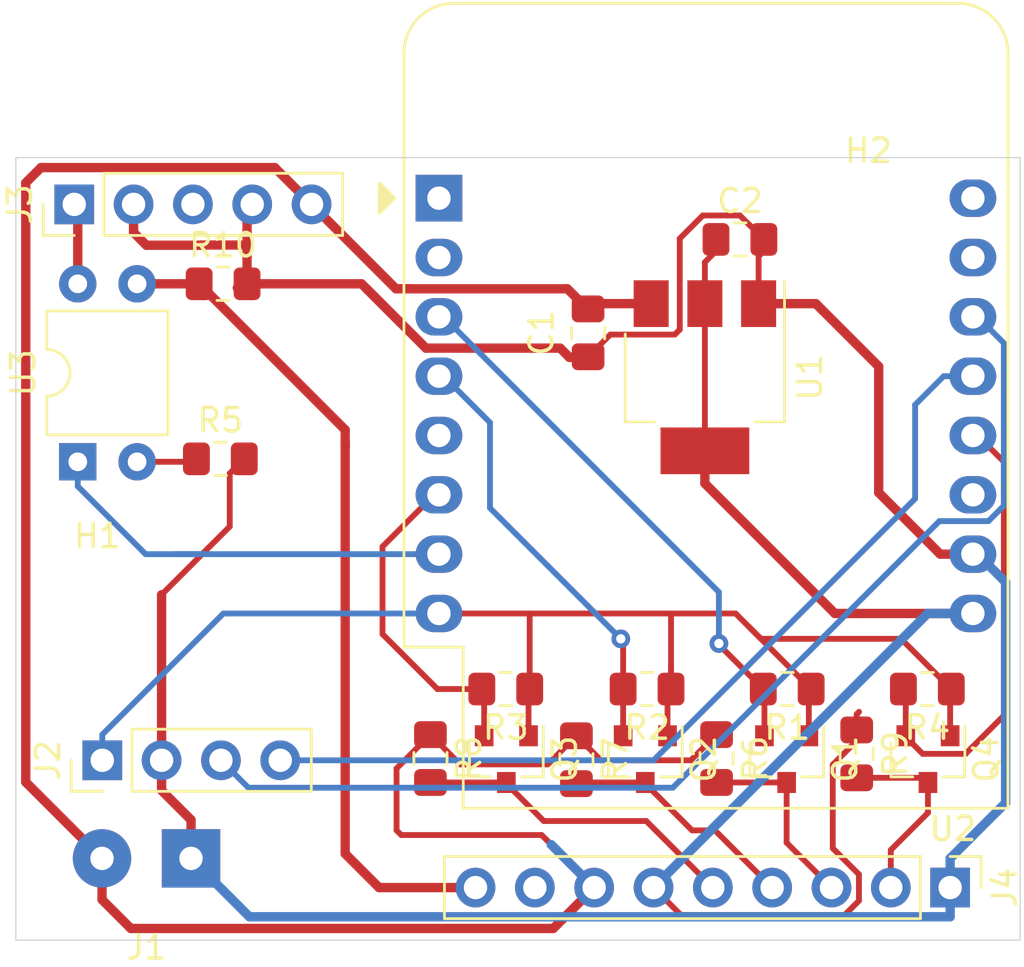
<source format=kicad_pcb>
(kicad_pcb (version 20171130) (host pcbnew 5.1.2)

  (general
    (thickness 1.6)
    (drawings 4)
    (tracks 210)
    (zones 0)
    (modules 25)
    (nets 27)
  )

  (page A4)
  (layers
    (0 F.Cu signal)
    (31 B.Cu signal)
    (32 B.Adhes user)
    (33 F.Adhes user)
    (34 B.Paste user)
    (35 F.Paste user)
    (36 B.SilkS user)
    (37 F.SilkS user)
    (38 B.Mask user)
    (39 F.Mask user)
    (40 Dwgs.User user)
    (41 Cmts.User user)
    (42 Eco1.User user)
    (43 Eco2.User user)
    (44 Edge.Cuts user)
    (45 Margin user)
    (46 B.CrtYd user)
    (47 F.CrtYd user)
    (48 B.Fab user hide)
    (49 F.Fab user hide)
  )

  (setup
    (last_trace_width 0.25)
    (trace_clearance 0.2)
    (zone_clearance 0.5)
    (zone_45_only no)
    (trace_min 0.2)
    (via_size 0.8)
    (via_drill 0.4)
    (via_min_size 0.4)
    (via_min_drill 0.3)
    (uvia_size 0.3)
    (uvia_drill 0.1)
    (uvias_allowed no)
    (uvia_min_size 0.2)
    (uvia_min_drill 0.1)
    (edge_width 0.05)
    (segment_width 0.2)
    (pcb_text_width 0.3)
    (pcb_text_size 1.5 1.5)
    (mod_edge_width 0.12)
    (mod_text_size 1 1)
    (mod_text_width 0.15)
    (pad_size 1.524 1.524)
    (pad_drill 0.762)
    (pad_to_mask_clearance 0.051)
    (solder_mask_min_width 0.25)
    (aux_axis_origin 0 0)
    (visible_elements FFFFFF7F)
    (pcbplotparams
      (layerselection 0x010fc_ffffffff)
      (usegerberextensions false)
      (usegerberattributes false)
      (usegerberadvancedattributes false)
      (creategerberjobfile false)
      (excludeedgelayer true)
      (linewidth 0.100000)
      (plotframeref false)
      (viasonmask false)
      (mode 1)
      (useauxorigin false)
      (hpglpennumber 1)
      (hpglpenspeed 20)
      (hpglpendiameter 15.000000)
      (psnegative false)
      (psa4output false)
      (plotreference true)
      (plotvalue true)
      (plotinvisibletext false)
      (padsonsilk false)
      (subtractmaskfromsilk false)
      (outputformat 1)
      (mirror false)
      (drillshape 0)
      (scaleselection 1)
      (outputdirectory "./gerber"))
  )

  (net 0 "")
  (net 1 +12V)
  (net 2 GND)
  (net 3 +5V)
  (net 4 +3V3)
  (net 5 "Net-(J2-Pad3)")
  (net 6 "Net-(J2-Pad4)")
  (net 7 HT)
  (net 8 "Net-(J3-Pad3)")
  (net 9 "Net-(J4-Pad2)")
  (net 10 "Net-(J4-Pad3)")
  (net 11 "Net-(J4-Pad4)")
  (net 12 "Net-(J4-Pad5)")
  (net 13 "Net-(J4-Pad8)")
  (net 14 "Net-(J4-Pad9)")
  (net 15 "Net-(Q1-Pad2)")
  (net 16 "Net-(Q2-Pad2)")
  (net 17 "Net-(Q3-Pad2)")
  (net 18 "Net-(Q4-Pad2)")
  (net 19 "Net-(R5-Pad1)")
  (net 20 "Net-(U2-Pad2)")
  (net 21 "Net-(U2-Pad1)")
  (net 22 "Net-(U2-Pad5)")
  (net 23 "Net-(U2-Pad7)")
  (net 24 "Net-(U2-Pad11)")
  (net 25 "Net-(U2-Pad15)")
  (net 26 "Net-(U2-Pad16)")

  (net_class Default "This is the default net class."
    (clearance 0.2)
    (trace_width 0.25)
    (via_dia 0.8)
    (via_drill 0.4)
    (uvia_dia 0.3)
    (uvia_drill 0.1)
    (add_net +12V)
    (add_net +3V3)
    (add_net +5V)
    (add_net GND)
    (add_net HT)
    (add_net "Net-(J2-Pad3)")
    (add_net "Net-(J2-Pad4)")
    (add_net "Net-(J3-Pad3)")
    (add_net "Net-(J4-Pad2)")
    (add_net "Net-(J4-Pad3)")
    (add_net "Net-(J4-Pad4)")
    (add_net "Net-(J4-Pad5)")
    (add_net "Net-(J4-Pad8)")
    (add_net "Net-(J4-Pad9)")
    (add_net "Net-(Q1-Pad2)")
    (add_net "Net-(Q2-Pad2)")
    (add_net "Net-(Q3-Pad2)")
    (add_net "Net-(Q4-Pad2)")
    (add_net "Net-(R5-Pad1)")
    (add_net "Net-(U2-Pad1)")
    (add_net "Net-(U2-Pad11)")
    (add_net "Net-(U2-Pad15)")
    (add_net "Net-(U2-Pad16)")
    (add_net "Net-(U2-Pad2)")
    (add_net "Net-(U2-Pad5)")
    (add_net "Net-(U2-Pad7)")
  )

  (module Capacitor_SMD:C_0805_2012Metric_Pad1.15x1.40mm_HandSolder (layer F.Cu) (tedit 5B36C52B) (tstamp 5CCF9796)
    (at 87 35.5 270)
    (descr "Capacitor SMD 0805 (2012 Metric), square (rectangular) end terminal, IPC_7351 nominal with elongated pad for handsoldering. (Body size source: https://docs.google.com/spreadsheets/d/1BsfQQcO9C6DZCsRaXUlFlo91Tg2WpOkGARC1WS5S8t0/edit?usp=sharing), generated with kicad-footprint-generator")
    (tags "capacitor handsolder")
    (path /5CD46F8E)
    (attr smd)
    (fp_text reference C1 (at 0 2 90) (layer F.SilkS)
      (effects (font (size 1 1) (thickness 0.15)))
    )
    (fp_text value CP (at 0 1.65 90) (layer F.Fab)
      (effects (font (size 1 1) (thickness 0.15)))
    )
    (fp_line (start -1 0.6) (end -1 -0.6) (layer F.Fab) (width 0.1))
    (fp_line (start -1 -0.6) (end 1 -0.6) (layer F.Fab) (width 0.1))
    (fp_line (start 1 -0.6) (end 1 0.6) (layer F.Fab) (width 0.1))
    (fp_line (start 1 0.6) (end -1 0.6) (layer F.Fab) (width 0.1))
    (fp_line (start -0.261252 -0.71) (end 0.261252 -0.71) (layer F.SilkS) (width 0.12))
    (fp_line (start -0.261252 0.71) (end 0.261252 0.71) (layer F.SilkS) (width 0.12))
    (fp_line (start -1.85 0.95) (end -1.85 -0.95) (layer F.CrtYd) (width 0.05))
    (fp_line (start -1.85 -0.95) (end 1.85 -0.95) (layer F.CrtYd) (width 0.05))
    (fp_line (start 1.85 -0.95) (end 1.85 0.95) (layer F.CrtYd) (width 0.05))
    (fp_line (start 1.85 0.95) (end -1.85 0.95) (layer F.CrtYd) (width 0.05))
    (fp_text user %R (at 0 0 90) (layer F.Fab)
      (effects (font (size 0.5 0.5) (thickness 0.08)))
    )
    (pad 1 smd roundrect (at -1.025 0 270) (size 1.15 1.4) (layers F.Cu F.Paste F.Mask) (roundrect_rratio 0.217391)
      (net 1 +12V))
    (pad 2 smd roundrect (at 1.025 0 270) (size 1.15 1.4) (layers F.Cu F.Paste F.Mask) (roundrect_rratio 0.217391)
      (net 2 GND))
    (model ${KISYS3DMOD}/Capacitor_SMD.3dshapes/C_0805_2012Metric.wrl
      (at (xyz 0 0 0))
      (scale (xyz 1 1 1))
      (rotate (xyz 0 0 0))
    )
  )

  (module Capacitor_SMD:C_0805_2012Metric_Pad1.15x1.40mm_HandSolder (layer F.Cu) (tedit 5B36C52B) (tstamp 5CCF97A7)
    (at 93.5 31.5)
    (descr "Capacitor SMD 0805 (2012 Metric), square (rectangular) end terminal, IPC_7351 nominal with elongated pad for handsoldering. (Body size source: https://docs.google.com/spreadsheets/d/1BsfQQcO9C6DZCsRaXUlFlo91Tg2WpOkGARC1WS5S8t0/edit?usp=sharing), generated with kicad-footprint-generator")
    (tags "capacitor handsolder")
    (path /5CD46B00)
    (attr smd)
    (fp_text reference C2 (at 0 -1.65) (layer F.SilkS)
      (effects (font (size 1 1) (thickness 0.15)))
    )
    (fp_text value CP (at 0 1.65) (layer F.Fab)
      (effects (font (size 1 1) (thickness 0.15)))
    )
    (fp_text user %R (at 0 0) (layer F.Fab)
      (effects (font (size 0.5 0.5) (thickness 0.08)))
    )
    (fp_line (start 1.85 0.95) (end -1.85 0.95) (layer F.CrtYd) (width 0.05))
    (fp_line (start 1.85 -0.95) (end 1.85 0.95) (layer F.CrtYd) (width 0.05))
    (fp_line (start -1.85 -0.95) (end 1.85 -0.95) (layer F.CrtYd) (width 0.05))
    (fp_line (start -1.85 0.95) (end -1.85 -0.95) (layer F.CrtYd) (width 0.05))
    (fp_line (start -0.261252 0.71) (end 0.261252 0.71) (layer F.SilkS) (width 0.12))
    (fp_line (start -0.261252 -0.71) (end 0.261252 -0.71) (layer F.SilkS) (width 0.12))
    (fp_line (start 1 0.6) (end -1 0.6) (layer F.Fab) (width 0.1))
    (fp_line (start 1 -0.6) (end 1 0.6) (layer F.Fab) (width 0.1))
    (fp_line (start -1 -0.6) (end 1 -0.6) (layer F.Fab) (width 0.1))
    (fp_line (start -1 0.6) (end -1 -0.6) (layer F.Fab) (width 0.1))
    (pad 2 smd roundrect (at 1.025 0) (size 1.15 1.4) (layers F.Cu F.Paste F.Mask) (roundrect_rratio 0.217391)
      (net 2 GND))
    (pad 1 smd roundrect (at -1.025 0) (size 1.15 1.4) (layers F.Cu F.Paste F.Mask) (roundrect_rratio 0.217391)
      (net 3 +5V))
    (model ${KISYS3DMOD}/Capacitor_SMD.3dshapes/C_0805_2012Metric.wrl
      (at (xyz 0 0 0))
      (scale (xyz 1 1 1))
      (rotate (xyz 0 0 0))
    )
  )

  (module Connector_PinHeader_2.54mm:PinHeader_1x04_P2.54mm_Vertical (layer F.Cu) (tedit 59FED5CC) (tstamp 5CCF97CA)
    (at 66.2 53.8 90)
    (descr "Through hole straight pin header, 1x04, 2.54mm pitch, single row")
    (tags "Through hole pin header THT 1x04 2.54mm single row")
    (path /5CEA7E01)
    (fp_text reference J2 (at 0 -2.33 90) (layer F.SilkS)
      (effects (font (size 1 1) (thickness 0.15)))
    )
    (fp_text value I2C (at 0 9.95 90) (layer F.Fab)
      (effects (font (size 1 1) (thickness 0.15)))
    )
    (fp_line (start -0.635 -1.27) (end 1.27 -1.27) (layer F.Fab) (width 0.1))
    (fp_line (start 1.27 -1.27) (end 1.27 8.89) (layer F.Fab) (width 0.1))
    (fp_line (start 1.27 8.89) (end -1.27 8.89) (layer F.Fab) (width 0.1))
    (fp_line (start -1.27 8.89) (end -1.27 -0.635) (layer F.Fab) (width 0.1))
    (fp_line (start -1.27 -0.635) (end -0.635 -1.27) (layer F.Fab) (width 0.1))
    (fp_line (start -1.33 8.95) (end 1.33 8.95) (layer F.SilkS) (width 0.12))
    (fp_line (start -1.33 1.27) (end -1.33 8.95) (layer F.SilkS) (width 0.12))
    (fp_line (start 1.33 1.27) (end 1.33 8.95) (layer F.SilkS) (width 0.12))
    (fp_line (start -1.33 1.27) (end 1.33 1.27) (layer F.SilkS) (width 0.12))
    (fp_line (start -1.33 0) (end -1.33 -1.33) (layer F.SilkS) (width 0.12))
    (fp_line (start -1.33 -1.33) (end 0 -1.33) (layer F.SilkS) (width 0.12))
    (fp_line (start -1.8 -1.8) (end -1.8 9.4) (layer F.CrtYd) (width 0.05))
    (fp_line (start -1.8 9.4) (end 1.8 9.4) (layer F.CrtYd) (width 0.05))
    (fp_line (start 1.8 9.4) (end 1.8 -1.8) (layer F.CrtYd) (width 0.05))
    (fp_line (start 1.8 -1.8) (end -1.8 -1.8) (layer F.CrtYd) (width 0.05))
    (fp_text user %R (at 0 3.81) (layer F.Fab)
      (effects (font (size 1 1) (thickness 0.15)))
    )
    (pad 1 thru_hole rect (at 0 0 90) (size 1.7 1.7) (drill 1) (layers *.Cu *.Mask)
      (net 4 +3V3))
    (pad 2 thru_hole oval (at 0 2.54 90) (size 1.7 1.7) (drill 1) (layers *.Cu *.Mask)
      (net 2 GND))
    (pad 3 thru_hole oval (at 0 5.08 90) (size 1.7 1.7) (drill 1) (layers *.Cu *.Mask)
      (net 5 "Net-(J2-Pad3)"))
    (pad 4 thru_hole oval (at 0 7.62 90) (size 1.7 1.7) (drill 1) (layers *.Cu *.Mask)
      (net 6 "Net-(J2-Pad4)"))
    (model ${KISYS3DMOD}/Connector_PinHeader_2.54mm.3dshapes/PinHeader_1x04_P2.54mm_Vertical.wrl
      (at (xyz 0 0 0))
      (scale (xyz 1 1 1))
      (rotate (xyz 0 0 0))
    )
  )

  (module Connector_PinHeader_2.54mm:PinHeader_1x05_P2.54mm_Vertical (layer F.Cu) (tedit 59FED5CC) (tstamp 5CCF97E3)
    (at 65 30 90)
    (descr "Through hole straight pin header, 1x05, 2.54mm pitch, single row")
    (tags "Through hole pin header THT 1x05 2.54mm single row")
    (path /5CE9C764)
    (fp_text reference J3 (at 0 -2.33 90) (layer F.SilkS)
      (effects (font (size 1 1) (thickness 0.15)))
    )
    (fp_text value HVmodule (at 0 12.49 90) (layer F.Fab)
      (effects (font (size 1 1) (thickness 0.15)))
    )
    (fp_line (start -0.635 -1.27) (end 1.27 -1.27) (layer F.Fab) (width 0.1))
    (fp_line (start 1.27 -1.27) (end 1.27 11.43) (layer F.Fab) (width 0.1))
    (fp_line (start 1.27 11.43) (end -1.27 11.43) (layer F.Fab) (width 0.1))
    (fp_line (start -1.27 11.43) (end -1.27 -0.635) (layer F.Fab) (width 0.1))
    (fp_line (start -1.27 -0.635) (end -0.635 -1.27) (layer F.Fab) (width 0.1))
    (fp_line (start -1.33 11.49) (end 1.33 11.49) (layer F.SilkS) (width 0.12))
    (fp_line (start -1.33 1.27) (end -1.33 11.49) (layer F.SilkS) (width 0.12))
    (fp_line (start 1.33 1.27) (end 1.33 11.49) (layer F.SilkS) (width 0.12))
    (fp_line (start -1.33 1.27) (end 1.33 1.27) (layer F.SilkS) (width 0.12))
    (fp_line (start -1.33 0) (end -1.33 -1.33) (layer F.SilkS) (width 0.12))
    (fp_line (start -1.33 -1.33) (end 0 -1.33) (layer F.SilkS) (width 0.12))
    (fp_line (start -1.8 -1.8) (end -1.8 11.95) (layer F.CrtYd) (width 0.05))
    (fp_line (start -1.8 11.95) (end 1.8 11.95) (layer F.CrtYd) (width 0.05))
    (fp_line (start 1.8 11.95) (end 1.8 -1.8) (layer F.CrtYd) (width 0.05))
    (fp_line (start 1.8 -1.8) (end -1.8 -1.8) (layer F.CrtYd) (width 0.05))
    (fp_text user %R (at 0 5.08) (layer F.Fab)
      (effects (font (size 1 1) (thickness 0.15)))
    )
    (pad 1 thru_hole rect (at 0 0 90) (size 1.7 1.7) (drill 1) (layers *.Cu *.Mask)
      (net 7 HT))
    (pad 2 thru_hole oval (at 0 2.54 90) (size 1.7 1.7) (drill 1) (layers *.Cu *.Mask)
      (net 2 GND))
    (pad 3 thru_hole oval (at 0 5.08 90) (size 1.7 1.7) (drill 1) (layers *.Cu *.Mask)
      (net 8 "Net-(J3-Pad3)"))
    (pad 4 thru_hole oval (at 0 7.62 90) (size 1.7 1.7) (drill 1) (layers *.Cu *.Mask)
      (net 2 GND))
    (pad 5 thru_hole oval (at 0 10.16 90) (size 1.7 1.7) (drill 1) (layers *.Cu *.Mask)
      (net 1 +12V))
    (model ${KISYS3DMOD}/Connector_PinHeader_2.54mm.3dshapes/PinHeader_1x05_P2.54mm_Vertical.wrl
      (at (xyz 0 0 0))
      (scale (xyz 1 1 1))
      (rotate (xyz 0 0 0))
    )
  )

  (module Connector_PinHeader_2.54mm:PinHeader_1x09_P2.54mm_Vertical (layer F.Cu) (tedit 59FED5CC) (tstamp 5CCF9800)
    (at 102.5 59.25 270)
    (descr "Through hole straight pin header, 1x09, 2.54mm pitch, single row")
    (tags "Through hole pin header THT 1x09 2.54mm single row")
    (path /5CE9BE42)
    (fp_text reference J4 (at 0 -2.33 90) (layer F.SilkS)
      (effects (font (size 1 1) (thickness 0.15)))
    )
    (fp_text value Control (at 0 22.65 90) (layer F.Fab)
      (effects (font (size 1 1) (thickness 0.15)))
    )
    (fp_line (start -0.635 -1.27) (end 1.27 -1.27) (layer F.Fab) (width 0.1))
    (fp_line (start 1.27 -1.27) (end 1.27 21.59) (layer F.Fab) (width 0.1))
    (fp_line (start 1.27 21.59) (end -1.27 21.59) (layer F.Fab) (width 0.1))
    (fp_line (start -1.27 21.59) (end -1.27 -0.635) (layer F.Fab) (width 0.1))
    (fp_line (start -1.27 -0.635) (end -0.635 -1.27) (layer F.Fab) (width 0.1))
    (fp_line (start -1.33 21.65) (end 1.33 21.65) (layer F.SilkS) (width 0.12))
    (fp_line (start -1.33 1.27) (end -1.33 21.65) (layer F.SilkS) (width 0.12))
    (fp_line (start 1.33 1.27) (end 1.33 21.65) (layer F.SilkS) (width 0.12))
    (fp_line (start -1.33 1.27) (end 1.33 1.27) (layer F.SilkS) (width 0.12))
    (fp_line (start -1.33 0) (end -1.33 -1.33) (layer F.SilkS) (width 0.12))
    (fp_line (start -1.33 -1.33) (end 0 -1.33) (layer F.SilkS) (width 0.12))
    (fp_line (start -1.8 -1.8) (end -1.8 22.1) (layer F.CrtYd) (width 0.05))
    (fp_line (start -1.8 22.1) (end 1.8 22.1) (layer F.CrtYd) (width 0.05))
    (fp_line (start 1.8 22.1) (end 1.8 -1.8) (layer F.CrtYd) (width 0.05))
    (fp_line (start 1.8 -1.8) (end -1.8 -1.8) (layer F.CrtYd) (width 0.05))
    (fp_text user %R (at 0 10.16) (layer F.Fab)
      (effects (font (size 1 1) (thickness 0.15)))
    )
    (pad 1 thru_hole rect (at 0 0 270) (size 1.7 1.7) (drill 1) (layers *.Cu *.Mask)
      (net 2 GND))
    (pad 2 thru_hole oval (at 0 2.54 270) (size 1.7 1.7) (drill 1) (layers *.Cu *.Mask)
      (net 9 "Net-(J4-Pad2)"))
    (pad 3 thru_hole oval (at 0 5.08 270) (size 1.7 1.7) (drill 1) (layers *.Cu *.Mask)
      (net 10 "Net-(J4-Pad3)"))
    (pad 4 thru_hole oval (at 0 7.62 270) (size 1.7 1.7) (drill 1) (layers *.Cu *.Mask)
      (net 11 "Net-(J4-Pad4)"))
    (pad 5 thru_hole oval (at 0 10.16 270) (size 1.7 1.7) (drill 1) (layers *.Cu *.Mask)
      (net 12 "Net-(J4-Pad5)"))
    (pad 6 thru_hole oval (at 0 12.7 270) (size 1.7 1.7) (drill 1) (layers *.Cu *.Mask)
      (net 3 +5V))
    (pad 7 thru_hole oval (at 0 15.24 270) (size 1.7 1.7) (drill 1) (layers *.Cu *.Mask)
      (net 1 +12V))
    (pad 8 thru_hole oval (at 0 17.78 270) (size 1.7 1.7) (drill 1) (layers *.Cu *.Mask)
      (net 13 "Net-(J4-Pad8)"))
    (pad 9 thru_hole oval (at 0 20.32 270) (size 1.7 1.7) (drill 1) (layers *.Cu *.Mask)
      (net 14 "Net-(J4-Pad9)"))
    (model ${KISYS3DMOD}/Connector_PinHeader_2.54mm.3dshapes/PinHeader_1x09_P2.54mm_Vertical.wrl
      (at (xyz 0 0 0))
      (scale (xyz 1 1 1))
      (rotate (xyz 0 0 0))
    )
  )

  (module Package_TO_SOT_SMD:SOT-23 (layer F.Cu) (tedit 5A02FF57) (tstamp 5CCF9815)
    (at 95.5 53.75 270)
    (descr "SOT-23, Standard")
    (tags SOT-23)
    (path /5CDA57FB)
    (attr smd)
    (fp_text reference Q1 (at 0 -2.5 90) (layer F.SilkS)
      (effects (font (size 1 1) (thickness 0.15)))
    )
    (fp_text value BSS138 (at 0 2.5 90) (layer F.Fab)
      (effects (font (size 1 1) (thickness 0.15)))
    )
    (fp_line (start 0.76 1.58) (end -0.7 1.58) (layer F.SilkS) (width 0.12))
    (fp_line (start 0.76 -1.58) (end -1.4 -1.58) (layer F.SilkS) (width 0.12))
    (fp_line (start -1.7 1.75) (end -1.7 -1.75) (layer F.CrtYd) (width 0.05))
    (fp_line (start 1.7 1.75) (end -1.7 1.75) (layer F.CrtYd) (width 0.05))
    (fp_line (start 1.7 -1.75) (end 1.7 1.75) (layer F.CrtYd) (width 0.05))
    (fp_line (start -1.7 -1.75) (end 1.7 -1.75) (layer F.CrtYd) (width 0.05))
    (fp_line (start 0.76 -1.58) (end 0.76 -0.65) (layer F.SilkS) (width 0.12))
    (fp_line (start 0.76 1.58) (end 0.76 0.65) (layer F.SilkS) (width 0.12))
    (fp_line (start -0.7 1.52) (end 0.7 1.52) (layer F.Fab) (width 0.1))
    (fp_line (start 0.7 -1.52) (end 0.7 1.52) (layer F.Fab) (width 0.1))
    (fp_line (start -0.7 -0.95) (end -0.15 -1.52) (layer F.Fab) (width 0.1))
    (fp_line (start -0.15 -1.52) (end 0.7 -1.52) (layer F.Fab) (width 0.1))
    (fp_line (start -0.7 -0.95) (end -0.7 1.5) (layer F.Fab) (width 0.1))
    (fp_text user %R (at 0 0) (layer F.Fab)
      (effects (font (size 0.5 0.5) (thickness 0.075)))
    )
    (pad 3 smd rect (at 1 0 270) (size 0.9 0.8) (layers F.Cu F.Paste F.Mask)
      (net 10 "Net-(J4-Pad3)"))
    (pad 2 smd rect (at -1 0.95 270) (size 0.9 0.8) (layers F.Cu F.Paste F.Mask)
      (net 15 "Net-(Q1-Pad2)"))
    (pad 1 smd rect (at -1 -0.95 270) (size 0.9 0.8) (layers F.Cu F.Paste F.Mask)
      (net 4 +3V3))
    (model ${KISYS3DMOD}/Package_TO_SOT_SMD.3dshapes/SOT-23.wrl
      (at (xyz 0 0 0))
      (scale (xyz 1 1 1))
      (rotate (xyz 0 0 0))
    )
  )

  (module Package_TO_SOT_SMD:SOT-23 (layer F.Cu) (tedit 5A02FF57) (tstamp 5CCF982A)
    (at 89.45 53.75 270)
    (descr "SOT-23, Standard")
    (tags SOT-23)
    (path /5CDA80D1)
    (attr smd)
    (fp_text reference Q2 (at 0 -2.5 90) (layer F.SilkS)
      (effects (font (size 1 1) (thickness 0.15)))
    )
    (fp_text value BSS138 (at 0 2.5 90) (layer F.Fab)
      (effects (font (size 1 1) (thickness 0.15)))
    )
    (fp_text user %R (at 0 0) (layer F.Fab)
      (effects (font (size 0.5 0.5) (thickness 0.075)))
    )
    (fp_line (start -0.7 -0.95) (end -0.7 1.5) (layer F.Fab) (width 0.1))
    (fp_line (start -0.15 -1.52) (end 0.7 -1.52) (layer F.Fab) (width 0.1))
    (fp_line (start -0.7 -0.95) (end -0.15 -1.52) (layer F.Fab) (width 0.1))
    (fp_line (start 0.7 -1.52) (end 0.7 1.52) (layer F.Fab) (width 0.1))
    (fp_line (start -0.7 1.52) (end 0.7 1.52) (layer F.Fab) (width 0.1))
    (fp_line (start 0.76 1.58) (end 0.76 0.65) (layer F.SilkS) (width 0.12))
    (fp_line (start 0.76 -1.58) (end 0.76 -0.65) (layer F.SilkS) (width 0.12))
    (fp_line (start -1.7 -1.75) (end 1.7 -1.75) (layer F.CrtYd) (width 0.05))
    (fp_line (start 1.7 -1.75) (end 1.7 1.75) (layer F.CrtYd) (width 0.05))
    (fp_line (start 1.7 1.75) (end -1.7 1.75) (layer F.CrtYd) (width 0.05))
    (fp_line (start -1.7 1.75) (end -1.7 -1.75) (layer F.CrtYd) (width 0.05))
    (fp_line (start 0.76 -1.58) (end -1.4 -1.58) (layer F.SilkS) (width 0.12))
    (fp_line (start 0.76 1.58) (end -0.7 1.58) (layer F.SilkS) (width 0.12))
    (pad 1 smd rect (at -1 -0.95 270) (size 0.9 0.8) (layers F.Cu F.Paste F.Mask)
      (net 4 +3V3))
    (pad 2 smd rect (at -1 0.95 270) (size 0.9 0.8) (layers F.Cu F.Paste F.Mask)
      (net 16 "Net-(Q2-Pad2)"))
    (pad 3 smd rect (at 1 0 270) (size 0.9 0.8) (layers F.Cu F.Paste F.Mask)
      (net 11 "Net-(J4-Pad4)"))
    (model ${KISYS3DMOD}/Package_TO_SOT_SMD.3dshapes/SOT-23.wrl
      (at (xyz 0 0 0))
      (scale (xyz 1 1 1))
      (rotate (xyz 0 0 0))
    )
  )

  (module Package_TO_SOT_SMD:SOT-23 (layer F.Cu) (tedit 5A02FF57) (tstamp 5CCF983F)
    (at 83.5 53.75 270)
    (descr "SOT-23, Standard")
    (tags SOT-23)
    (path /5CDAB2A1)
    (attr smd)
    (fp_text reference Q3 (at 0 -2.5 90) (layer F.SilkS)
      (effects (font (size 1 1) (thickness 0.15)))
    )
    (fp_text value BSS138 (at 0 2.5 90) (layer F.Fab)
      (effects (font (size 1 1) (thickness 0.15)))
    )
    (fp_line (start 0.76 1.58) (end -0.7 1.58) (layer F.SilkS) (width 0.12))
    (fp_line (start 0.76 -1.58) (end -1.4 -1.58) (layer F.SilkS) (width 0.12))
    (fp_line (start -1.7 1.75) (end -1.7 -1.75) (layer F.CrtYd) (width 0.05))
    (fp_line (start 1.7 1.75) (end -1.7 1.75) (layer F.CrtYd) (width 0.05))
    (fp_line (start 1.7 -1.75) (end 1.7 1.75) (layer F.CrtYd) (width 0.05))
    (fp_line (start -1.7 -1.75) (end 1.7 -1.75) (layer F.CrtYd) (width 0.05))
    (fp_line (start 0.76 -1.58) (end 0.76 -0.65) (layer F.SilkS) (width 0.12))
    (fp_line (start 0.76 1.58) (end 0.76 0.65) (layer F.SilkS) (width 0.12))
    (fp_line (start -0.7 1.52) (end 0.7 1.52) (layer F.Fab) (width 0.1))
    (fp_line (start 0.7 -1.52) (end 0.7 1.52) (layer F.Fab) (width 0.1))
    (fp_line (start -0.7 -0.95) (end -0.15 -1.52) (layer F.Fab) (width 0.1))
    (fp_line (start -0.15 -1.52) (end 0.7 -1.52) (layer F.Fab) (width 0.1))
    (fp_line (start -0.7 -0.95) (end -0.7 1.5) (layer F.Fab) (width 0.1))
    (fp_text user %R (at 0 0) (layer F.Fab)
      (effects (font (size 0.5 0.5) (thickness 0.075)))
    )
    (pad 3 smd rect (at 1 0 270) (size 0.9 0.8) (layers F.Cu F.Paste F.Mask)
      (net 12 "Net-(J4-Pad5)"))
    (pad 2 smd rect (at -1 0.95 270) (size 0.9 0.8) (layers F.Cu F.Paste F.Mask)
      (net 17 "Net-(Q3-Pad2)"))
    (pad 1 smd rect (at -1 -0.95 270) (size 0.9 0.8) (layers F.Cu F.Paste F.Mask)
      (net 4 +3V3))
    (model ${KISYS3DMOD}/Package_TO_SOT_SMD.3dshapes/SOT-23.wrl
      (at (xyz 0 0 0))
      (scale (xyz 1 1 1))
      (rotate (xyz 0 0 0))
    )
  )

  (module Package_TO_SOT_SMD:SOT-23 (layer F.Cu) (tedit 5A02FF57) (tstamp 5CCF9854)
    (at 101.55 53.75 270)
    (descr "SOT-23, Standard")
    (tags SOT-23)
    (path /5CD73935)
    (attr smd)
    (fp_text reference Q4 (at 0 -2.5 90) (layer F.SilkS)
      (effects (font (size 1 1) (thickness 0.15)))
    )
    (fp_text value BSS138 (at 0 2.5 90) (layer F.Fab)
      (effects (font (size 1 1) (thickness 0.15)))
    )
    (fp_text user %R (at 0 0) (layer F.Fab)
      (effects (font (size 0.5 0.5) (thickness 0.075)))
    )
    (fp_line (start -0.7 -0.95) (end -0.7 1.5) (layer F.Fab) (width 0.1))
    (fp_line (start -0.15 -1.52) (end 0.7 -1.52) (layer F.Fab) (width 0.1))
    (fp_line (start -0.7 -0.95) (end -0.15 -1.52) (layer F.Fab) (width 0.1))
    (fp_line (start 0.7 -1.52) (end 0.7 1.52) (layer F.Fab) (width 0.1))
    (fp_line (start -0.7 1.52) (end 0.7 1.52) (layer F.Fab) (width 0.1))
    (fp_line (start 0.76 1.58) (end 0.76 0.65) (layer F.SilkS) (width 0.12))
    (fp_line (start 0.76 -1.58) (end 0.76 -0.65) (layer F.SilkS) (width 0.12))
    (fp_line (start -1.7 -1.75) (end 1.7 -1.75) (layer F.CrtYd) (width 0.05))
    (fp_line (start 1.7 -1.75) (end 1.7 1.75) (layer F.CrtYd) (width 0.05))
    (fp_line (start 1.7 1.75) (end -1.7 1.75) (layer F.CrtYd) (width 0.05))
    (fp_line (start -1.7 1.75) (end -1.7 -1.75) (layer F.CrtYd) (width 0.05))
    (fp_line (start 0.76 -1.58) (end -1.4 -1.58) (layer F.SilkS) (width 0.12))
    (fp_line (start 0.76 1.58) (end -0.7 1.58) (layer F.SilkS) (width 0.12))
    (pad 1 smd rect (at -1 -0.95 270) (size 0.9 0.8) (layers F.Cu F.Paste F.Mask)
      (net 4 +3V3))
    (pad 2 smd rect (at -1 0.95 270) (size 0.9 0.8) (layers F.Cu F.Paste F.Mask)
      (net 18 "Net-(Q4-Pad2)"))
    (pad 3 smd rect (at 1 0 270) (size 0.9 0.8) (layers F.Cu F.Paste F.Mask)
      (net 9 "Net-(J4-Pad2)"))
    (model ${KISYS3DMOD}/Package_TO_SOT_SMD.3dshapes/SOT-23.wrl
      (at (xyz 0 0 0))
      (scale (xyz 1 1 1))
      (rotate (xyz 0 0 0))
    )
  )

  (module Resistor_SMD:R_0805_2012Metric_Pad1.15x1.40mm_HandSolder (layer F.Cu) (tedit 5B36C52B) (tstamp 5CCF9865)
    (at 95.525 50.75 180)
    (descr "Resistor SMD 0805 (2012 Metric), square (rectangular) end terminal, IPC_7351 nominal with elongated pad for handsoldering. (Body size source: https://docs.google.com/spreadsheets/d/1BsfQQcO9C6DZCsRaXUlFlo91Tg2WpOkGARC1WS5S8t0/edit?usp=sharing), generated with kicad-footprint-generator")
    (tags "resistor handsolder")
    (path /5CDA5801)
    (attr smd)
    (fp_text reference R1 (at 0 -1.65) (layer F.SilkS)
      (effects (font (size 1 1) (thickness 0.15)))
    )
    (fp_text value 10k (at 0 1.65) (layer F.Fab)
      (effects (font (size 1 1) (thickness 0.15)))
    )
    (fp_text user %R (at 0 0) (layer F.Fab)
      (effects (font (size 0.5 0.5) (thickness 0.08)))
    )
    (fp_line (start 1.85 0.95) (end -1.85 0.95) (layer F.CrtYd) (width 0.05))
    (fp_line (start 1.85 -0.95) (end 1.85 0.95) (layer F.CrtYd) (width 0.05))
    (fp_line (start -1.85 -0.95) (end 1.85 -0.95) (layer F.CrtYd) (width 0.05))
    (fp_line (start -1.85 0.95) (end -1.85 -0.95) (layer F.CrtYd) (width 0.05))
    (fp_line (start -0.261252 0.71) (end 0.261252 0.71) (layer F.SilkS) (width 0.12))
    (fp_line (start -0.261252 -0.71) (end 0.261252 -0.71) (layer F.SilkS) (width 0.12))
    (fp_line (start 1 0.6) (end -1 0.6) (layer F.Fab) (width 0.1))
    (fp_line (start 1 -0.6) (end 1 0.6) (layer F.Fab) (width 0.1))
    (fp_line (start -1 -0.6) (end 1 -0.6) (layer F.Fab) (width 0.1))
    (fp_line (start -1 0.6) (end -1 -0.6) (layer F.Fab) (width 0.1))
    (pad 2 smd roundrect (at 1.025 0 180) (size 1.15 1.4) (layers F.Cu F.Paste F.Mask) (roundrect_rratio 0.217391)
      (net 15 "Net-(Q1-Pad2)"))
    (pad 1 smd roundrect (at -1.025 0 180) (size 1.15 1.4) (layers F.Cu F.Paste F.Mask) (roundrect_rratio 0.217391)
      (net 4 +3V3))
    (model ${KISYS3DMOD}/Resistor_SMD.3dshapes/R_0805_2012Metric.wrl
      (at (xyz 0 0 0))
      (scale (xyz 1 1 1))
      (rotate (xyz 0 0 0))
    )
  )

  (module Resistor_SMD:R_0805_2012Metric_Pad1.15x1.40mm_HandSolder (layer F.Cu) (tedit 5B36C52B) (tstamp 5CCF9876)
    (at 89.525 50.75 180)
    (descr "Resistor SMD 0805 (2012 Metric), square (rectangular) end terminal, IPC_7351 nominal with elongated pad for handsoldering. (Body size source: https://docs.google.com/spreadsheets/d/1BsfQQcO9C6DZCsRaXUlFlo91Tg2WpOkGARC1WS5S8t0/edit?usp=sharing), generated with kicad-footprint-generator")
    (tags "resistor handsolder")
    (path /5CDA80D7)
    (attr smd)
    (fp_text reference R2 (at 0 -1.65) (layer F.SilkS)
      (effects (font (size 1 1) (thickness 0.15)))
    )
    (fp_text value 10k (at 0 1.65) (layer F.Fab)
      (effects (font (size 1 1) (thickness 0.15)))
    )
    (fp_text user %R (at 0 0) (layer F.Fab)
      (effects (font (size 0.5 0.5) (thickness 0.08)))
    )
    (fp_line (start 1.85 0.95) (end -1.85 0.95) (layer F.CrtYd) (width 0.05))
    (fp_line (start 1.85 -0.95) (end 1.85 0.95) (layer F.CrtYd) (width 0.05))
    (fp_line (start -1.85 -0.95) (end 1.85 -0.95) (layer F.CrtYd) (width 0.05))
    (fp_line (start -1.85 0.95) (end -1.85 -0.95) (layer F.CrtYd) (width 0.05))
    (fp_line (start -0.261252 0.71) (end 0.261252 0.71) (layer F.SilkS) (width 0.12))
    (fp_line (start -0.261252 -0.71) (end 0.261252 -0.71) (layer F.SilkS) (width 0.12))
    (fp_line (start 1 0.6) (end -1 0.6) (layer F.Fab) (width 0.1))
    (fp_line (start 1 -0.6) (end 1 0.6) (layer F.Fab) (width 0.1))
    (fp_line (start -1 -0.6) (end 1 -0.6) (layer F.Fab) (width 0.1))
    (fp_line (start -1 0.6) (end -1 -0.6) (layer F.Fab) (width 0.1))
    (pad 2 smd roundrect (at 1.025 0 180) (size 1.15 1.4) (layers F.Cu F.Paste F.Mask) (roundrect_rratio 0.217391)
      (net 16 "Net-(Q2-Pad2)"))
    (pad 1 smd roundrect (at -1.025 0 180) (size 1.15 1.4) (layers F.Cu F.Paste F.Mask) (roundrect_rratio 0.217391)
      (net 4 +3V3))
    (model ${KISYS3DMOD}/Resistor_SMD.3dshapes/R_0805_2012Metric.wrl
      (at (xyz 0 0 0))
      (scale (xyz 1 1 1))
      (rotate (xyz 0 0 0))
    )
  )

  (module Resistor_SMD:R_0805_2012Metric_Pad1.15x1.40mm_HandSolder (layer F.Cu) (tedit 5B36C52B) (tstamp 5CCF9887)
    (at 83.475 50.75 180)
    (descr "Resistor SMD 0805 (2012 Metric), square (rectangular) end terminal, IPC_7351 nominal with elongated pad for handsoldering. (Body size source: https://docs.google.com/spreadsheets/d/1BsfQQcO9C6DZCsRaXUlFlo91Tg2WpOkGARC1WS5S8t0/edit?usp=sharing), generated with kicad-footprint-generator")
    (tags "resistor handsolder")
    (path /5CDAB2A7)
    (attr smd)
    (fp_text reference R3 (at 0 -1.65) (layer F.SilkS)
      (effects (font (size 1 1) (thickness 0.15)))
    )
    (fp_text value 10k (at 0 1.65) (layer F.Fab)
      (effects (font (size 1 1) (thickness 0.15)))
    )
    (fp_text user %R (at 0 0) (layer F.Fab)
      (effects (font (size 0.5 0.5) (thickness 0.08)))
    )
    (fp_line (start 1.85 0.95) (end -1.85 0.95) (layer F.CrtYd) (width 0.05))
    (fp_line (start 1.85 -0.95) (end 1.85 0.95) (layer F.CrtYd) (width 0.05))
    (fp_line (start -1.85 -0.95) (end 1.85 -0.95) (layer F.CrtYd) (width 0.05))
    (fp_line (start -1.85 0.95) (end -1.85 -0.95) (layer F.CrtYd) (width 0.05))
    (fp_line (start -0.261252 0.71) (end 0.261252 0.71) (layer F.SilkS) (width 0.12))
    (fp_line (start -0.261252 -0.71) (end 0.261252 -0.71) (layer F.SilkS) (width 0.12))
    (fp_line (start 1 0.6) (end -1 0.6) (layer F.Fab) (width 0.1))
    (fp_line (start 1 -0.6) (end 1 0.6) (layer F.Fab) (width 0.1))
    (fp_line (start -1 -0.6) (end 1 -0.6) (layer F.Fab) (width 0.1))
    (fp_line (start -1 0.6) (end -1 -0.6) (layer F.Fab) (width 0.1))
    (pad 2 smd roundrect (at 1.025 0 180) (size 1.15 1.4) (layers F.Cu F.Paste F.Mask) (roundrect_rratio 0.217391)
      (net 17 "Net-(Q3-Pad2)"))
    (pad 1 smd roundrect (at -1.025 0 180) (size 1.15 1.4) (layers F.Cu F.Paste F.Mask) (roundrect_rratio 0.217391)
      (net 4 +3V3))
    (model ${KISYS3DMOD}/Resistor_SMD.3dshapes/R_0805_2012Metric.wrl
      (at (xyz 0 0 0))
      (scale (xyz 1 1 1))
      (rotate (xyz 0 0 0))
    )
  )

  (module Resistor_SMD:R_0805_2012Metric_Pad1.15x1.40mm_HandSolder (layer F.Cu) (tedit 5B36C52B) (tstamp 5CCF9898)
    (at 101.525 50.75 180)
    (descr "Resistor SMD 0805 (2012 Metric), square (rectangular) end terminal, IPC_7351 nominal with elongated pad for handsoldering. (Body size source: https://docs.google.com/spreadsheets/d/1BsfQQcO9C6DZCsRaXUlFlo91Tg2WpOkGARC1WS5S8t0/edit?usp=sharing), generated with kicad-footprint-generator")
    (tags "resistor handsolder")
    (path /5CD9A6B6)
    (attr smd)
    (fp_text reference R4 (at 0 -1.65) (layer F.SilkS)
      (effects (font (size 1 1) (thickness 0.15)))
    )
    (fp_text value 10k (at 0 1.65) (layer F.Fab)
      (effects (font (size 1 1) (thickness 0.15)))
    )
    (fp_line (start -1 0.6) (end -1 -0.6) (layer F.Fab) (width 0.1))
    (fp_line (start -1 -0.6) (end 1 -0.6) (layer F.Fab) (width 0.1))
    (fp_line (start 1 -0.6) (end 1 0.6) (layer F.Fab) (width 0.1))
    (fp_line (start 1 0.6) (end -1 0.6) (layer F.Fab) (width 0.1))
    (fp_line (start -0.261252 -0.71) (end 0.261252 -0.71) (layer F.SilkS) (width 0.12))
    (fp_line (start -0.261252 0.71) (end 0.261252 0.71) (layer F.SilkS) (width 0.12))
    (fp_line (start -1.85 0.95) (end -1.85 -0.95) (layer F.CrtYd) (width 0.05))
    (fp_line (start -1.85 -0.95) (end 1.85 -0.95) (layer F.CrtYd) (width 0.05))
    (fp_line (start 1.85 -0.95) (end 1.85 0.95) (layer F.CrtYd) (width 0.05))
    (fp_line (start 1.85 0.95) (end -1.85 0.95) (layer F.CrtYd) (width 0.05))
    (fp_text user %R (at 0 0) (layer F.Fab)
      (effects (font (size 0.5 0.5) (thickness 0.08)))
    )
    (pad 1 smd roundrect (at -1.025 0 180) (size 1.15 1.4) (layers F.Cu F.Paste F.Mask) (roundrect_rratio 0.217391)
      (net 4 +3V3))
    (pad 2 smd roundrect (at 1.025 0 180) (size 1.15 1.4) (layers F.Cu F.Paste F.Mask) (roundrect_rratio 0.217391)
      (net 18 "Net-(Q4-Pad2)"))
    (model ${KISYS3DMOD}/Resistor_SMD.3dshapes/R_0805_2012Metric.wrl
      (at (xyz 0 0 0))
      (scale (xyz 1 1 1))
      (rotate (xyz 0 0 0))
    )
  )

  (module Resistor_SMD:R_0805_2012Metric_Pad1.15x1.40mm_HandSolder (layer F.Cu) (tedit 5B36C52B) (tstamp 5CCF98A9)
    (at 71.256 40.894)
    (descr "Resistor SMD 0805 (2012 Metric), square (rectangular) end terminal, IPC_7351 nominal with elongated pad for handsoldering. (Body size source: https://docs.google.com/spreadsheets/d/1BsfQQcO9C6DZCsRaXUlFlo91Tg2WpOkGARC1WS5S8t0/edit?usp=sharing), generated with kicad-footprint-generator")
    (tags "resistor handsolder")
    (path /5CD3E368)
    (attr smd)
    (fp_text reference R5 (at 0 -1.65) (layer F.SilkS)
      (effects (font (size 1 1) (thickness 0.15)))
    )
    (fp_text value 220 (at 0 1.65) (layer F.Fab)
      (effects (font (size 1 1) (thickness 0.15)))
    )
    (fp_line (start -1 0.6) (end -1 -0.6) (layer F.Fab) (width 0.1))
    (fp_line (start -1 -0.6) (end 1 -0.6) (layer F.Fab) (width 0.1))
    (fp_line (start 1 -0.6) (end 1 0.6) (layer F.Fab) (width 0.1))
    (fp_line (start 1 0.6) (end -1 0.6) (layer F.Fab) (width 0.1))
    (fp_line (start -0.261252 -0.71) (end 0.261252 -0.71) (layer F.SilkS) (width 0.12))
    (fp_line (start -0.261252 0.71) (end 0.261252 0.71) (layer F.SilkS) (width 0.12))
    (fp_line (start -1.85 0.95) (end -1.85 -0.95) (layer F.CrtYd) (width 0.05))
    (fp_line (start -1.85 -0.95) (end 1.85 -0.95) (layer F.CrtYd) (width 0.05))
    (fp_line (start 1.85 -0.95) (end 1.85 0.95) (layer F.CrtYd) (width 0.05))
    (fp_line (start 1.85 0.95) (end -1.85 0.95) (layer F.CrtYd) (width 0.05))
    (fp_text user %R (at 0 0) (layer F.Fab)
      (effects (font (size 0.5 0.5) (thickness 0.08)))
    )
    (pad 1 smd roundrect (at -1.025 0) (size 1.15 1.4) (layers F.Cu F.Paste F.Mask) (roundrect_rratio 0.217391)
      (net 19 "Net-(R5-Pad1)"))
    (pad 2 smd roundrect (at 1.025 0) (size 1.15 1.4) (layers F.Cu F.Paste F.Mask) (roundrect_rratio 0.217391)
      (net 2 GND))
    (model ${KISYS3DMOD}/Resistor_SMD.3dshapes/R_0805_2012Metric.wrl
      (at (xyz 0 0 0))
      (scale (xyz 1 1 1))
      (rotate (xyz 0 0 0))
    )
  )

  (module Resistor_SMD:R_0805_2012Metric_Pad1.15x1.40mm_HandSolder (layer F.Cu) (tedit 5B36C52B) (tstamp 5CCF98BA)
    (at 92.5 53.725 270)
    (descr "Resistor SMD 0805 (2012 Metric), square (rectangular) end terminal, IPC_7351 nominal with elongated pad for handsoldering. (Body size source: https://docs.google.com/spreadsheets/d/1BsfQQcO9C6DZCsRaXUlFlo91Tg2WpOkGARC1WS5S8t0/edit?usp=sharing), generated with kicad-footprint-generator")
    (tags "resistor handsolder")
    (path /5CDA5807)
    (attr smd)
    (fp_text reference R6 (at 0 -1.65 90) (layer F.SilkS)
      (effects (font (size 1 1) (thickness 0.15)))
    )
    (fp_text value 10k (at 0 1.65 90) (layer F.Fab)
      (effects (font (size 1 1) (thickness 0.15)))
    )
    (fp_line (start -1 0.6) (end -1 -0.6) (layer F.Fab) (width 0.1))
    (fp_line (start -1 -0.6) (end 1 -0.6) (layer F.Fab) (width 0.1))
    (fp_line (start 1 -0.6) (end 1 0.6) (layer F.Fab) (width 0.1))
    (fp_line (start 1 0.6) (end -1 0.6) (layer F.Fab) (width 0.1))
    (fp_line (start -0.261252 -0.71) (end 0.261252 -0.71) (layer F.SilkS) (width 0.12))
    (fp_line (start -0.261252 0.71) (end 0.261252 0.71) (layer F.SilkS) (width 0.12))
    (fp_line (start -1.85 0.95) (end -1.85 -0.95) (layer F.CrtYd) (width 0.05))
    (fp_line (start -1.85 -0.95) (end 1.85 -0.95) (layer F.CrtYd) (width 0.05))
    (fp_line (start 1.85 -0.95) (end 1.85 0.95) (layer F.CrtYd) (width 0.05))
    (fp_line (start 1.85 0.95) (end -1.85 0.95) (layer F.CrtYd) (width 0.05))
    (fp_text user %R (at 0 0 90) (layer F.Fab)
      (effects (font (size 0.5 0.5) (thickness 0.08)))
    )
    (pad 1 smd roundrect (at -1.025 0 270) (size 1.15 1.4) (layers F.Cu F.Paste F.Mask) (roundrect_rratio 0.217391)
      (net 1 +12V))
    (pad 2 smd roundrect (at 1.025 0 270) (size 1.15 1.4) (layers F.Cu F.Paste F.Mask) (roundrect_rratio 0.217391)
      (net 10 "Net-(J4-Pad3)"))
    (model ${KISYS3DMOD}/Resistor_SMD.3dshapes/R_0805_2012Metric.wrl
      (at (xyz 0 0 0))
      (scale (xyz 1 1 1))
      (rotate (xyz 0 0 0))
    )
  )

  (module Resistor_SMD:R_0805_2012Metric_Pad1.15x1.40mm_HandSolder (layer F.Cu) (tedit 5B36C52B) (tstamp 5CCF98CB)
    (at 86.5 53.775 270)
    (descr "Resistor SMD 0805 (2012 Metric), square (rectangular) end terminal, IPC_7351 nominal with elongated pad for handsoldering. (Body size source: https://docs.google.com/spreadsheets/d/1BsfQQcO9C6DZCsRaXUlFlo91Tg2WpOkGARC1WS5S8t0/edit?usp=sharing), generated with kicad-footprint-generator")
    (tags "resistor handsolder")
    (path /5CDA80DD)
    (attr smd)
    (fp_text reference R7 (at 0 -1.65 90) (layer F.SilkS)
      (effects (font (size 1 1) (thickness 0.15)))
    )
    (fp_text value 10k (at 0 1.65 90) (layer F.Fab)
      (effects (font (size 1 1) (thickness 0.15)))
    )
    (fp_line (start -1 0.6) (end -1 -0.6) (layer F.Fab) (width 0.1))
    (fp_line (start -1 -0.6) (end 1 -0.6) (layer F.Fab) (width 0.1))
    (fp_line (start 1 -0.6) (end 1 0.6) (layer F.Fab) (width 0.1))
    (fp_line (start 1 0.6) (end -1 0.6) (layer F.Fab) (width 0.1))
    (fp_line (start -0.261252 -0.71) (end 0.261252 -0.71) (layer F.SilkS) (width 0.12))
    (fp_line (start -0.261252 0.71) (end 0.261252 0.71) (layer F.SilkS) (width 0.12))
    (fp_line (start -1.85 0.95) (end -1.85 -0.95) (layer F.CrtYd) (width 0.05))
    (fp_line (start -1.85 -0.95) (end 1.85 -0.95) (layer F.CrtYd) (width 0.05))
    (fp_line (start 1.85 -0.95) (end 1.85 0.95) (layer F.CrtYd) (width 0.05))
    (fp_line (start 1.85 0.95) (end -1.85 0.95) (layer F.CrtYd) (width 0.05))
    (fp_text user %R (at 0 0 90) (layer F.Fab)
      (effects (font (size 0.5 0.5) (thickness 0.08)))
    )
    (pad 1 smd roundrect (at -1.025 0 270) (size 1.15 1.4) (layers F.Cu F.Paste F.Mask) (roundrect_rratio 0.217391)
      (net 1 +12V))
    (pad 2 smd roundrect (at 1.025 0 270) (size 1.15 1.4) (layers F.Cu F.Paste F.Mask) (roundrect_rratio 0.217391)
      (net 11 "Net-(J4-Pad4)"))
    (model ${KISYS3DMOD}/Resistor_SMD.3dshapes/R_0805_2012Metric.wrl
      (at (xyz 0 0 0))
      (scale (xyz 1 1 1))
      (rotate (xyz 0 0 0))
    )
  )

  (module Resistor_SMD:R_0805_2012Metric_Pad1.15x1.40mm_HandSolder (layer F.Cu) (tedit 5B36C52B) (tstamp 5CCF98DC)
    (at 80.25 53.725 270)
    (descr "Resistor SMD 0805 (2012 Metric), square (rectangular) end terminal, IPC_7351 nominal with elongated pad for handsoldering. (Body size source: https://docs.google.com/spreadsheets/d/1BsfQQcO9C6DZCsRaXUlFlo91Tg2WpOkGARC1WS5S8t0/edit?usp=sharing), generated with kicad-footprint-generator")
    (tags "resistor handsolder")
    (path /5CDAB2AD)
    (attr smd)
    (fp_text reference R8 (at 0 -1.65 90) (layer F.SilkS)
      (effects (font (size 1 1) (thickness 0.15)))
    )
    (fp_text value 10k (at 0 1.65 90) (layer F.Fab)
      (effects (font (size 1 1) (thickness 0.15)))
    )
    (fp_line (start -1 0.6) (end -1 -0.6) (layer F.Fab) (width 0.1))
    (fp_line (start -1 -0.6) (end 1 -0.6) (layer F.Fab) (width 0.1))
    (fp_line (start 1 -0.6) (end 1 0.6) (layer F.Fab) (width 0.1))
    (fp_line (start 1 0.6) (end -1 0.6) (layer F.Fab) (width 0.1))
    (fp_line (start -0.261252 -0.71) (end 0.261252 -0.71) (layer F.SilkS) (width 0.12))
    (fp_line (start -0.261252 0.71) (end 0.261252 0.71) (layer F.SilkS) (width 0.12))
    (fp_line (start -1.85 0.95) (end -1.85 -0.95) (layer F.CrtYd) (width 0.05))
    (fp_line (start -1.85 -0.95) (end 1.85 -0.95) (layer F.CrtYd) (width 0.05))
    (fp_line (start 1.85 -0.95) (end 1.85 0.95) (layer F.CrtYd) (width 0.05))
    (fp_line (start 1.85 0.95) (end -1.85 0.95) (layer F.CrtYd) (width 0.05))
    (fp_text user %R (at 0 0 90) (layer F.Fab)
      (effects (font (size 0.5 0.5) (thickness 0.08)))
    )
    (pad 1 smd roundrect (at -1.025 0 270) (size 1.15 1.4) (layers F.Cu F.Paste F.Mask) (roundrect_rratio 0.217391)
      (net 1 +12V))
    (pad 2 smd roundrect (at 1.025 0 270) (size 1.15 1.4) (layers F.Cu F.Paste F.Mask) (roundrect_rratio 0.217391)
      (net 12 "Net-(J4-Pad5)"))
    (model ${KISYS3DMOD}/Resistor_SMD.3dshapes/R_0805_2012Metric.wrl
      (at (xyz 0 0 0))
      (scale (xyz 1 1 1))
      (rotate (xyz 0 0 0))
    )
  )

  (module Resistor_SMD:R_0805_2012Metric_Pad1.15x1.40mm_HandSolder (layer F.Cu) (tedit 5B36C52B) (tstamp 5CCF98ED)
    (at 98.5 53.525 270)
    (descr "Resistor SMD 0805 (2012 Metric), square (rectangular) end terminal, IPC_7351 nominal with elongated pad for handsoldering. (Body size source: https://docs.google.com/spreadsheets/d/1BsfQQcO9C6DZCsRaXUlFlo91Tg2WpOkGARC1WS5S8t0/edit?usp=sharing), generated with kicad-footprint-generator")
    (tags "resistor handsolder")
    (path /5CD9AB9D)
    (attr smd)
    (fp_text reference R9 (at 0 -1.65 90) (layer F.SilkS)
      (effects (font (size 1 1) (thickness 0.15)))
    )
    (fp_text value 10k (at 0 1.65 90) (layer F.Fab)
      (effects (font (size 1 1) (thickness 0.15)))
    )
    (fp_text user %R (at 0 0 90) (layer F.Fab)
      (effects (font (size 0.5 0.5) (thickness 0.08)))
    )
    (fp_line (start 1.85 0.95) (end -1.85 0.95) (layer F.CrtYd) (width 0.05))
    (fp_line (start 1.85 -0.95) (end 1.85 0.95) (layer F.CrtYd) (width 0.05))
    (fp_line (start -1.85 -0.95) (end 1.85 -0.95) (layer F.CrtYd) (width 0.05))
    (fp_line (start -1.85 0.95) (end -1.85 -0.95) (layer F.CrtYd) (width 0.05))
    (fp_line (start -0.261252 0.71) (end 0.261252 0.71) (layer F.SilkS) (width 0.12))
    (fp_line (start -0.261252 -0.71) (end 0.261252 -0.71) (layer F.SilkS) (width 0.12))
    (fp_line (start 1 0.6) (end -1 0.6) (layer F.Fab) (width 0.1))
    (fp_line (start 1 -0.6) (end 1 0.6) (layer F.Fab) (width 0.1))
    (fp_line (start -1 -0.6) (end 1 -0.6) (layer F.Fab) (width 0.1))
    (fp_line (start -1 0.6) (end -1 -0.6) (layer F.Fab) (width 0.1))
    (pad 2 smd roundrect (at 1.025 0 270) (size 1.15 1.4) (layers F.Cu F.Paste F.Mask) (roundrect_rratio 0.217391)
      (net 9 "Net-(J4-Pad2)"))
    (pad 1 smd roundrect (at -1.025 0 270) (size 1.15 1.4) (layers F.Cu F.Paste F.Mask) (roundrect_rratio 0.217391)
      (net 3 +5V))
    (model ${KISYS3DMOD}/Resistor_SMD.3dshapes/R_0805_2012Metric.wrl
      (at (xyz 0 0 0))
      (scale (xyz 1 1 1))
      (rotate (xyz 0 0 0))
    )
  )

  (module Resistor_SMD:R_0805_2012Metric_Pad1.15x1.40mm_HandSolder (layer F.Cu) (tedit 5B36C52B) (tstamp 5CCF98FE)
    (at 71.374 33.401)
    (descr "Resistor SMD 0805 (2012 Metric), square (rectangular) end terminal, IPC_7351 nominal with elongated pad for handsoldering. (Body size source: https://docs.google.com/spreadsheets/d/1BsfQQcO9C6DZCsRaXUlFlo91Tg2WpOkGARC1WS5S8t0/edit?usp=sharing), generated with kicad-footprint-generator")
    (tags "resistor handsolder")
    (path /5CD3E762)
    (attr smd)
    (fp_text reference R10 (at 0 -1.65) (layer F.SilkS)
      (effects (font (size 1 1) (thickness 0.15)))
    )
    (fp_text value 330k (at 0 1.65) (layer F.Fab)
      (effects (font (size 1 1) (thickness 0.15)))
    )
    (fp_text user %R (at 0 0) (layer F.Fab)
      (effects (font (size 0.5 0.5) (thickness 0.08)))
    )
    (fp_line (start 1.85 0.95) (end -1.85 0.95) (layer F.CrtYd) (width 0.05))
    (fp_line (start 1.85 -0.95) (end 1.85 0.95) (layer F.CrtYd) (width 0.05))
    (fp_line (start -1.85 -0.95) (end 1.85 -0.95) (layer F.CrtYd) (width 0.05))
    (fp_line (start -1.85 0.95) (end -1.85 -0.95) (layer F.CrtYd) (width 0.05))
    (fp_line (start -0.261252 0.71) (end 0.261252 0.71) (layer F.SilkS) (width 0.12))
    (fp_line (start -0.261252 -0.71) (end 0.261252 -0.71) (layer F.SilkS) (width 0.12))
    (fp_line (start 1 0.6) (end -1 0.6) (layer F.Fab) (width 0.1))
    (fp_line (start 1 -0.6) (end 1 0.6) (layer F.Fab) (width 0.1))
    (fp_line (start -1 -0.6) (end 1 -0.6) (layer F.Fab) (width 0.1))
    (fp_line (start -1 0.6) (end -1 -0.6) (layer F.Fab) (width 0.1))
    (pad 2 smd roundrect (at 1.025 0) (size 1.15 1.4) (layers F.Cu F.Paste F.Mask) (roundrect_rratio 0.217391)
      (net 2 GND))
    (pad 1 smd roundrect (at -1.025 0) (size 1.15 1.4) (layers F.Cu F.Paste F.Mask) (roundrect_rratio 0.217391)
      (net 14 "Net-(J4-Pad9)"))
    (model ${KISYS3DMOD}/Resistor_SMD.3dshapes/R_0805_2012Metric.wrl
      (at (xyz 0 0 0))
      (scale (xyz 1 1 1))
      (rotate (xyz 0 0 0))
    )
  )

  (module Package_TO_SOT_SMD:SOT-223-3_TabPin2 (layer F.Cu) (tedit 5A02FF57) (tstamp 5CCF9914)
    (at 92 37.4 270)
    (descr "module CMS SOT223 4 pins")
    (tags "CMS SOT")
    (path /5CE9B394)
    (attr smd)
    (fp_text reference U1 (at 0 -4.5 90) (layer F.SilkS)
      (effects (font (size 1 1) (thickness 0.15)))
    )
    (fp_text value AMS1117-5.0 (at 0 4.5 90) (layer F.Fab)
      (effects (font (size 1 1) (thickness 0.15)))
    )
    (fp_text user %R (at 0 0) (layer F.Fab)
      (effects (font (size 0.8 0.8) (thickness 0.12)))
    )
    (fp_line (start 1.91 3.41) (end 1.91 2.15) (layer F.SilkS) (width 0.12))
    (fp_line (start 1.91 -3.41) (end 1.91 -2.15) (layer F.SilkS) (width 0.12))
    (fp_line (start 4.4 -3.6) (end -4.4 -3.6) (layer F.CrtYd) (width 0.05))
    (fp_line (start 4.4 3.6) (end 4.4 -3.6) (layer F.CrtYd) (width 0.05))
    (fp_line (start -4.4 3.6) (end 4.4 3.6) (layer F.CrtYd) (width 0.05))
    (fp_line (start -4.4 -3.6) (end -4.4 3.6) (layer F.CrtYd) (width 0.05))
    (fp_line (start -1.85 -2.35) (end -0.85 -3.35) (layer F.Fab) (width 0.1))
    (fp_line (start -1.85 -2.35) (end -1.85 3.35) (layer F.Fab) (width 0.1))
    (fp_line (start -1.85 3.41) (end 1.91 3.41) (layer F.SilkS) (width 0.12))
    (fp_line (start -0.85 -3.35) (end 1.85 -3.35) (layer F.Fab) (width 0.1))
    (fp_line (start -4.1 -3.41) (end 1.91 -3.41) (layer F.SilkS) (width 0.12))
    (fp_line (start -1.85 3.35) (end 1.85 3.35) (layer F.Fab) (width 0.1))
    (fp_line (start 1.85 -3.35) (end 1.85 3.35) (layer F.Fab) (width 0.1))
    (pad 2 smd rect (at 3.15 0 270) (size 2 3.8) (layers F.Cu F.Paste F.Mask)
      (net 3 +5V))
    (pad 2 smd rect (at -3.15 0 270) (size 2 1.5) (layers F.Cu F.Paste F.Mask)
      (net 3 +5V))
    (pad 3 smd rect (at -3.15 2.3 270) (size 2 1.5) (layers F.Cu F.Paste F.Mask)
      (net 1 +12V))
    (pad 1 smd rect (at -3.15 -2.3 270) (size 2 1.5) (layers F.Cu F.Paste F.Mask)
      (net 2 GND))
    (model ${KISYS3DMOD}/Package_TO_SOT_SMD.3dshapes/SOT-223.wrl
      (at (xyz 0 0 0))
      (scale (xyz 1 1 1))
      (rotate (xyz 0 0 0))
    )
  )

  (module Module:WEMOS_D1_mini_light (layer F.Cu) (tedit 5BBFB1CE) (tstamp 5CCF9957)
    (at 80.615001 29.735001)
    (descr "16-pin module, column spacing 22.86 mm (900 mils), https://wiki.wemos.cc/products:d1:d1_mini, https://c1.staticflickr.com/1/734/31400410271_f278b087db_z.jpg")
    (tags "ESP8266 WiFi microcontroller")
    (path /5CE99268)
    (fp_text reference U2 (at 22 27) (layer F.SilkS)
      (effects (font (size 1 1) (thickness 0.15)))
    )
    (fp_text value WeMos_D1_mini (at 11.7 0) (layer F.Fab)
      (effects (font (size 1 1) (thickness 0.15)))
    )
    (fp_line (start 1.04 26.12) (end 24.36 26.12) (layer F.SilkS) (width 0.12))
    (fp_line (start -1.5 19.22) (end -1.5 -6.21) (layer F.SilkS) (width 0.12))
    (fp_line (start 24.36 26.12) (end 24.36 -6.21) (layer F.SilkS) (width 0.12))
    (fp_line (start 22.24 -8.34) (end 0.63 -8.34) (layer F.SilkS) (width 0.12))
    (fp_line (start 1.17 25.99) (end 24.23 25.99) (layer F.Fab) (width 0.1))
    (fp_line (start 24.23 25.99) (end 24.23 -6.21) (layer F.Fab) (width 0.1))
    (fp_line (start 22.23 -8.21) (end 0.63 -8.21) (layer F.Fab) (width 0.1))
    (fp_line (start -1.37 1) (end -1.37 19.09) (layer F.Fab) (width 0.1))
    (fp_text user %R (at 11.43 10) (layer F.Fab)
      (effects (font (size 1 1) (thickness 0.15)))
    )
    (fp_line (start -1.62 -8.46) (end 24.48 -8.46) (layer F.CrtYd) (width 0.05))
    (fp_line (start 24.48 -8.41) (end 24.48 26.24) (layer F.CrtYd) (width 0.05))
    (fp_line (start 24.48 26.24) (end -1.62 26.24) (layer F.CrtYd) (width 0.05))
    (fp_line (start -1.62 26.24) (end -1.62 -8.46) (layer F.CrtYd) (width 0.05))
    (fp_poly (pts (xy -2.54 -0.635) (xy -2.54 0.635) (xy -1.905 0)) (layer F.SilkS) (width 0.15))
    (fp_line (start -1.35 -1.4) (end 24.25 -1.4) (layer Dwgs.User) (width 0.1))
    (fp_line (start 24.25 -1.4) (end 24.25 -8.2) (layer Dwgs.User) (width 0.1))
    (fp_line (start 24.25 -8.2) (end -1.35 -8.2) (layer Dwgs.User) (width 0.1))
    (fp_line (start -1.35 -8.2) (end -1.35 -1.4) (layer Dwgs.User) (width 0.1))
    (fp_line (start -1.35 -1.4) (end 5.45 -8.2) (layer Dwgs.User) (width 0.1))
    (fp_line (start 0.65 -1.4) (end 7.45 -8.2) (layer Dwgs.User) (width 0.1))
    (fp_line (start 2.65 -1.4) (end 9.45 -8.2) (layer Dwgs.User) (width 0.1))
    (fp_line (start 4.65 -1.4) (end 11.45 -8.2) (layer Dwgs.User) (width 0.1))
    (fp_line (start 6.65 -1.4) (end 13.45 -8.2) (layer Dwgs.User) (width 0.1))
    (fp_line (start 8.65 -1.4) (end 15.45 -8.2) (layer Dwgs.User) (width 0.1))
    (fp_line (start 10.65 -1.4) (end 17.45 -8.2) (layer Dwgs.User) (width 0.1))
    (fp_line (start 12.65 -1.4) (end 19.45 -8.2) (layer Dwgs.User) (width 0.1))
    (fp_line (start 14.65 -1.4) (end 21.45 -8.2) (layer Dwgs.User) (width 0.1))
    (fp_line (start 16.65 -1.4) (end 23.45 -8.2) (layer Dwgs.User) (width 0.1))
    (fp_line (start 18.65 -1.4) (end 24.25 -7) (layer Dwgs.User) (width 0.1))
    (fp_line (start 20.65 -1.4) (end 24.25 -5) (layer Dwgs.User) (width 0.1))
    (fp_line (start 22.65 -1.4) (end 24.25 -3) (layer Dwgs.User) (width 0.1))
    (fp_line (start -1.35 -3.4) (end 3.45 -8.2) (layer Dwgs.User) (width 0.1))
    (fp_line (start -1.3 -5.45) (end 1.45 -8.2) (layer Dwgs.User) (width 0.1))
    (fp_line (start -1.35 -7.4) (end -0.55 -8.2) (layer Dwgs.User) (width 0.1))
    (fp_line (start -1.37 19.09) (end 1.17 19.09) (layer F.Fab) (width 0.1))
    (fp_line (start 1.17 19.09) (end 1.17 25.99) (layer F.Fab) (width 0.1))
    (fp_line (start -1.37 -6.21) (end -1.37 -1) (layer F.Fab) (width 0.1))
    (fp_line (start -1.37 1) (end -0.37 0) (layer F.Fab) (width 0.1))
    (fp_line (start -0.37 0) (end -1.37 -1) (layer F.Fab) (width 0.1))
    (fp_arc (start 0.63 -6.21) (end 0.63 -8.21) (angle -90) (layer F.Fab) (width 0.1))
    (fp_arc (start 22.23 -6.21) (end 24.23 -6.19) (angle -90) (layer F.Fab) (width 0.1))
    (fp_line (start -1.5 19.22) (end 1.04 19.22) (layer F.SilkS) (width 0.12))
    (fp_line (start 1.04 19.22) (end 1.04 26.12) (layer F.SilkS) (width 0.12))
    (fp_arc (start 0.63 -6.21) (end 0.63 -8.34) (angle -90) (layer F.SilkS) (width 0.12))
    (fp_arc (start 22.23 -6.21) (end 24.36 -6.21) (angle -90) (layer F.SilkS) (width 0.12))
    (fp_text user "KEEP OUT" (at 11.43 -6.35) (layer Cmts.User)
      (effects (font (size 1 1) (thickness 0.15)))
    )
    (fp_text user "No copper" (at 11.43 -3.81) (layer Cmts.User)
      (effects (font (size 1 1) (thickness 0.15)))
    )
    (pad 2 thru_hole oval (at 0 2.54) (size 2 1.6) (drill 1) (layers *.Cu *.Mask)
      (net 20 "Net-(U2-Pad2)"))
    (pad 1 thru_hole rect (at 0 0) (size 2 2) (drill 1) (layers *.Cu *.Mask)
      (net 21 "Net-(U2-Pad1)"))
    (pad 3 thru_hole oval (at 0 5.08) (size 2 1.6) (drill 1) (layers *.Cu *.Mask)
      (net 15 "Net-(Q1-Pad2)"))
    (pad 4 thru_hole oval (at 0 7.62) (size 2 1.6) (drill 1) (layers *.Cu *.Mask)
      (net 16 "Net-(Q2-Pad2)"))
    (pad 5 thru_hole oval (at 0 10.16) (size 2 1.6) (drill 1) (layers *.Cu *.Mask)
      (net 22 "Net-(U2-Pad5)"))
    (pad 6 thru_hole oval (at 0 12.7) (size 2 1.6) (drill 1) (layers *.Cu *.Mask)
      (net 17 "Net-(Q3-Pad2)"))
    (pad 7 thru_hole oval (at 0 15.24) (size 2 1.6) (drill 1) (layers *.Cu *.Mask)
      (net 23 "Net-(U2-Pad7)"))
    (pad 8 thru_hole oval (at 0 17.78) (size 2 1.6) (drill 1) (layers *.Cu *.Mask)
      (net 4 +3V3))
    (pad 9 thru_hole oval (at 22.86 17.78) (size 2 1.6) (drill 1) (layers *.Cu *.Mask)
      (net 3 +5V))
    (pad 10 thru_hole oval (at 22.86 15.24) (size 2 1.6) (drill 1) (layers *.Cu *.Mask)
      (net 2 GND))
    (pad 11 thru_hole oval (at 22.86 12.7) (size 2 1.6) (drill 1) (layers *.Cu *.Mask)
      (net 24 "Net-(U2-Pad11)"))
    (pad 12 thru_hole oval (at 22.86 10.16) (size 2 1.6) (drill 1) (layers *.Cu *.Mask)
      (net 18 "Net-(Q4-Pad2)"))
    (pad 13 thru_hole oval (at 22.86 7.62) (size 2 1.6) (drill 1) (layers *.Cu *.Mask)
      (net 6 "Net-(J2-Pad4)"))
    (pad 14 thru_hole oval (at 22.86 5.08) (size 2 1.6) (drill 1) (layers *.Cu *.Mask)
      (net 5 "Net-(J2-Pad3)"))
    (pad 15 thru_hole oval (at 22.86 2.54) (size 2 1.6) (drill 1) (layers *.Cu *.Mask)
      (net 25 "Net-(U2-Pad15)"))
    (pad 16 thru_hole oval (at 22.86 0) (size 2 1.6) (drill 1) (layers *.Cu *.Mask)
      (net 26 "Net-(U2-Pad16)"))
    (model ${KISYS3DMOD}/Module.3dshapes/WEMOS_D1_mini_light.wrl
      (at (xyz 0 0 0))
      (scale (xyz 1 1 1))
      (rotate (xyz 0 0 0))
    )
    (model ${KISYS3DMOD}/Connector_PinHeader_2.54mm.3dshapes/PinHeader_1x08_P2.54mm_Vertical.wrl
      (offset (xyz 0 0 9.5))
      (scale (xyz 1 1 1))
      (rotate (xyz 0 -180 0))
    )
    (model ${KISYS3DMOD}/Connector_PinHeader_2.54mm.3dshapes/PinHeader_1x08_P2.54mm_Vertical.wrl
      (offset (xyz 22.86 0 9.5))
      (scale (xyz 1 1 1))
      (rotate (xyz 0 -180 0))
    )
    (model ${KISYS3DMOD}/Connector_PinSocket_2.54mm.3dshapes/PinSocket_1x08_P2.54mm_Vertical.wrl
      (at (xyz 0 0 0))
      (scale (xyz 1 1 1))
      (rotate (xyz 0 0 0))
    )
    (model ${KISYS3DMOD}/Connector_PinSocket_2.54mm.3dshapes/PinSocket_1x08_P2.54mm_Vertical.wrl
      (offset (xyz 22.86 0 0))
      (scale (xyz 1 1 1))
      (rotate (xyz 0 0 0))
    )
  )

  (module Package_DIP:DIP-4_W7.62mm (layer F.Cu) (tedit 5A02E8C5) (tstamp 5CCF996F)
    (at 65.151 41.021 90)
    (descr "4-lead though-hole mounted DIP package, row spacing 7.62 mm (300 mils)")
    (tags "THT DIP DIL PDIP 2.54mm 7.62mm 300mil")
    (path /5CE9A0BA)
    (fp_text reference U3 (at 3.81 -2.33 90) (layer F.SilkS)
      (effects (font (size 1 1) (thickness 0.15)))
    )
    (fp_text value TLP627 (at 3.81 4.87 90) (layer F.Fab)
      (effects (font (size 1 1) (thickness 0.15)))
    )
    (fp_arc (start 3.81 -1.33) (end 2.81 -1.33) (angle -180) (layer F.SilkS) (width 0.12))
    (fp_line (start 1.635 -1.27) (end 6.985 -1.27) (layer F.Fab) (width 0.1))
    (fp_line (start 6.985 -1.27) (end 6.985 3.81) (layer F.Fab) (width 0.1))
    (fp_line (start 6.985 3.81) (end 0.635 3.81) (layer F.Fab) (width 0.1))
    (fp_line (start 0.635 3.81) (end 0.635 -0.27) (layer F.Fab) (width 0.1))
    (fp_line (start 0.635 -0.27) (end 1.635 -1.27) (layer F.Fab) (width 0.1))
    (fp_line (start 2.81 -1.33) (end 1.16 -1.33) (layer F.SilkS) (width 0.12))
    (fp_line (start 1.16 -1.33) (end 1.16 3.87) (layer F.SilkS) (width 0.12))
    (fp_line (start 1.16 3.87) (end 6.46 3.87) (layer F.SilkS) (width 0.12))
    (fp_line (start 6.46 3.87) (end 6.46 -1.33) (layer F.SilkS) (width 0.12))
    (fp_line (start 6.46 -1.33) (end 4.81 -1.33) (layer F.SilkS) (width 0.12))
    (fp_line (start -1.1 -1.55) (end -1.1 4.1) (layer F.CrtYd) (width 0.05))
    (fp_line (start -1.1 4.1) (end 8.7 4.1) (layer F.CrtYd) (width 0.05))
    (fp_line (start 8.7 4.1) (end 8.7 -1.55) (layer F.CrtYd) (width 0.05))
    (fp_line (start 8.7 -1.55) (end -1.1 -1.55) (layer F.CrtYd) (width 0.05))
    (fp_text user %R (at 3.81 1.27 90) (layer F.Fab)
      (effects (font (size 1 1) (thickness 0.15)))
    )
    (pad 1 thru_hole rect (at 0 0 90) (size 1.6 1.6) (drill 0.8) (layers *.Cu *.Mask)
      (net 23 "Net-(U2-Pad7)"))
    (pad 3 thru_hole oval (at 7.62 2.54 90) (size 1.6 1.6) (drill 0.8) (layers *.Cu *.Mask)
      (net 14 "Net-(J4-Pad9)"))
    (pad 2 thru_hole oval (at 0 2.54 90) (size 1.6 1.6) (drill 0.8) (layers *.Cu *.Mask)
      (net 19 "Net-(R5-Pad1)"))
    (pad 4 thru_hole oval (at 7.62 0 90) (size 1.6 1.6) (drill 0.8) (layers *.Cu *.Mask)
      (net 7 HT))
    (model ${KISYS3DMOD}/Package_DIP.3dshapes/DIP-4_W7.62mm.wrl
      (at (xyz 0 0 0))
      (scale (xyz 1 1 1))
      (rotate (xyz 0 0 0))
    )
  )

  (module Connector_Wire:SolderWirePad_1x02_P3.81mm_Drill1mm (layer F.Cu) (tedit 5AEE5F04) (tstamp 5CCFC129)
    (at 70 58 180)
    (descr "Wire solder connection")
    (tags connector)
    (path /5CD53148)
    (attr virtual)
    (fp_text reference J1 (at 1.905 -3.81) (layer F.SilkS)
      (effects (font (size 1 1) (thickness 0.15)))
    )
    (fp_text value Power (at 1.905 3.81) (layer F.Fab)
      (effects (font (size 1 1) (thickness 0.15)))
    )
    (fp_text user %R (at 1.905 0) (layer F.Fab)
      (effects (font (size 1 1) (thickness 0.15)))
    )
    (fp_line (start -1.74 -1.75) (end 5.56 -1.75) (layer F.CrtYd) (width 0.05))
    (fp_line (start -1.74 -1.75) (end -1.74 1.75) (layer F.CrtYd) (width 0.05))
    (fp_line (start 5.56 1.75) (end 5.56 -1.75) (layer F.CrtYd) (width 0.05))
    (fp_line (start 5.56 1.75) (end -1.74 1.75) (layer F.CrtYd) (width 0.05))
    (pad 1 thru_hole rect (at 0 0 180) (size 2.49936 2.49936) (drill 1.00076) (layers *.Cu *.Mask)
      (net 2 GND))
    (pad 2 thru_hole circle (at 3.81 0 180) (size 2.49936 2.49936) (drill 1.00076) (layers *.Cu *.Mask)
      (net 1 +12V))
  )

  (module MountingHole:MountingHole_3.2mm_M3_DIN965 (layer F.Cu) (tedit 56D1B4CB) (tstamp 5CCFE357)
    (at 66 48)
    (descr "Mounting Hole 3.2mm, no annular, M3, DIN965")
    (tags "mounting hole 3.2mm no annular m3 din965")
    (path /5CE17E07)
    (attr virtual)
    (fp_text reference H1 (at 0 -3.8) (layer F.SilkS)
      (effects (font (size 1 1) (thickness 0.15)))
    )
    (fp_text value MountingHole (at 0 3.8) (layer F.Fab)
      (effects (font (size 1 1) (thickness 0.15)))
    )
    (fp_text user %R (at 0.3 0) (layer F.Fab)
      (effects (font (size 1 1) (thickness 0.15)))
    )
    (fp_circle (center 0 0) (end 2.8 0) (layer Cmts.User) (width 0.15))
    (fp_circle (center 0 0) (end 3.05 0) (layer F.CrtYd) (width 0.05))
    (pad 1 np_thru_hole circle (at 0 0) (size 3.2 3.2) (drill 3.2) (layers *.Cu *.Mask))
  )

  (module MountingHole:MountingHole_3.2mm_M3_DIN965 (layer F.Cu) (tedit 56D1B4CB) (tstamp 5CCFE35F)
    (at 99 31.5)
    (descr "Mounting Hole 3.2mm, no annular, M3, DIN965")
    (tags "mounting hole 3.2mm no annular m3 din965")
    (path /5CE18451)
    (attr virtual)
    (fp_text reference H2 (at 0 -3.8) (layer F.SilkS)
      (effects (font (size 1 1) (thickness 0.15)))
    )
    (fp_text value MountingHole (at 0 3.8) (layer F.Fab)
      (effects (font (size 1 1) (thickness 0.15)))
    )
    (fp_circle (center 0 0) (end 3.05 0) (layer F.CrtYd) (width 0.05))
    (fp_circle (center 0 0) (end 2.8 0) (layer Cmts.User) (width 0.15))
    (fp_text user %R (at 0.3 0) (layer F.Fab)
      (effects (font (size 1 1) (thickness 0.15)))
    )
    (pad 1 np_thru_hole circle (at 0 0) (size 3.2 3.2) (drill 3.2) (layers *.Cu *.Mask))
  )

  (gr_line (start 62.5 61.5) (end 62.5 28) (layer Edge.Cuts) (width 0.05) (tstamp 5CCFD152))
  (gr_line (start 105.5 61.5) (end 62.5 61.5) (layer Edge.Cuts) (width 0.05))
  (gr_line (start 105.5 28) (end 105.5 61.5) (layer Edge.Cuts) (width 0.05))
  (gr_line (start 62.5 28) (end 105.5 28) (layer Edge.Cuts) (width 0.05))

  (segment (start 85.876628 53.373372) (end 86.5 52.75) (width 0.25) (layer F.Cu) (net 1))
  (segment (start 85.275001 53.974999) (end 85.876628 53.373372) (width 0.25) (layer F.Cu) (net 1))
  (segment (start 81.524999 53.974999) (end 85.275001 53.974999) (width 0.25) (layer F.Cu) (net 1))
  (segment (start 80.25 52.7) (end 81.524999 53.974999) (width 0.25) (layer F.Cu) (net 1))
  (segment (start 91.876628 53.323372) (end 92.5 52.7) (width 0.25) (layer F.Cu) (net 1))
  (segment (start 87.55 53.8) (end 91.4 53.8) (width 0.25) (layer F.Cu) (net 1))
  (segment (start 91.4 53.8) (end 91.876628 53.323372) (width 0.25) (layer F.Cu) (net 1))
  (segment (start 86.5 52.75) (end 87.55 53.8) (width 0.25) (layer F.Cu) (net 1))
  (segment (start 85.01 57) (end 79 57) (width 0.25) (layer F.Cu) (net 1))
  (segment (start 87.26 59.25) (end 85.01 57) (width 0.25) (layer F.Cu) (net 1))
  (segment (start 79 57) (end 78.8 56.8) (width 0.25) (layer F.Cu) (net 1))
  (segment (start 78.8 56.8) (end 78.8 54.15) (width 0.25) (layer F.Cu) (net 1))
  (segment (start 78.8 54.15) (end 80.25 52.7) (width 0.25) (layer F.Cu) (net 1))
  (segment (start 85.42 57.41) (end 87.26 59.25) (width 0.4) (layer B.Cu) (net 1))
  (segment (start 87.25 34.25) (end 87 34.5) (width 0.4) (layer F.Cu) (net 1))
  (segment (start 89.7 34.25) (end 87.25 34.25) (width 0.4) (layer F.Cu) (net 1))
  (segment (start 66.19 59.767314) (end 67.422686 61) (width 0.4) (layer F.Cu) (net 1))
  (segment (start 66.19 58) (end 66.19 59.767314) (width 0.4) (layer F.Cu) (net 1))
  (segment (start 85.51 61) (end 87.26 59.25) (width 0.4) (layer F.Cu) (net 1))
  (segment (start 67.422686 61) (end 85.51 61) (width 0.4) (layer F.Cu) (net 1))
  (segment (start 86.376628 33.876628) (end 87 34.5) (width 0.4) (layer F.Cu) (net 1))
  (segment (start 86.114991 33.614991) (end 86.376628 33.876628) (width 0.4) (layer F.Cu) (net 1))
  (segment (start 75.16 30) (end 78.774991 33.614991) (width 0.4) (layer F.Cu) (net 1))
  (segment (start 78.97291 33.614991) (end 79.415009 33.614991) (width 0.4) (layer F.Cu) (net 1))
  (segment (start 78.774991 33.614991) (end 79.415009 33.614991) (width 0.4) (layer F.Cu) (net 1))
  (segment (start 79.415009 33.614991) (end 86.114991 33.614991) (width 0.4) (layer F.Cu) (net 1))
  (segment (start 63.57499 28.42501) (end 73.58501 28.42501) (width 0.4) (layer F.Cu) (net 1))
  (segment (start 62.92501 29.07499) (end 63.57499 28.42501) (width 0.4) (layer F.Cu) (net 1))
  (segment (start 73.58501 28.42501) (end 75.16 30) (width 0.4) (layer F.Cu) (net 1))
  (segment (start 66.19 58) (end 62.92501 54.73501) (width 0.4) (layer F.Cu) (net 1))
  (segment (start 62.92501 54.73501) (end 62.92501 29.07499) (width 0.4) (layer F.Cu) (net 1))
  (segment (start 68.74 55.09032) (end 68.74 53.8) (width 0.4) (layer F.Cu) (net 2))
  (segment (start 70 58) (end 70 56.35032) (width 0.4) (layer F.Cu) (net 2))
  (segment (start 70 56.35032) (end 68.74 55.09032) (width 0.4) (layer F.Cu) (net 2))
  (segment (start 68.74 53.8) (end 68.74 46.71) (width 0.4) (layer F.Cu) (net 2))
  (segment (start 86.2 36.55) (end 87 36.55) (width 0.4) (layer F.Cu) (net 2))
  (segment (start 85.804991 36.154991) (end 86.2 36.55) (width 0.4) (layer F.Cu) (net 2))
  (segment (start 80.057921 36.154991) (end 85.804991 36.154991) (width 0.4) (layer F.Cu) (net 2))
  (segment (start 102.075001 44.975001) (end 99.441 42.341) (width 0.4) (layer F.Cu) (net 2))
  (segment (start 103.475001 44.975001) (end 102.075001 44.975001) (width 0.4) (layer F.Cu) (net 2))
  (segment (start 99.441 36.941) (end 97 34.5) (width 0.4) (layer F.Cu) (net 2))
  (segment (start 99.441 42.341) (end 99.441 36.941) (width 0.4) (layer F.Cu) (net 2))
  (segment (start 96.75 34.25) (end 97 34.5) (width 0.4) (layer F.Cu) (net 2))
  (segment (start 94.3 34.25) (end 96.75 34.25) (width 0.4) (layer F.Cu) (net 2))
  (segment (start 94.3 34.5) (end 94.3 34.25) (width 0.4) (layer F.Cu) (net 2))
  (segment (start 72.500001 60.500001) (end 70 58) (width 0.4) (layer B.Cu) (net 2))
  (segment (start 102.499999 60.500001) (end 72.500001 60.500001) (width 0.4) (layer B.Cu) (net 2))
  (segment (start 102.5 59.25) (end 102.499999 60.500001) (width 0.4) (layer B.Cu) (net 2))
  (segment (start 102.5 58) (end 102.5 59.25) (width 0.4) (layer B.Cu) (net 2))
  (segment (start 103.675001 44.975001) (end 104.875011 46.175011) (width 0.4) (layer B.Cu) (net 2))
  (segment (start 104.875011 55.624989) (end 102.5 58) (width 0.4) (layer B.Cu) (net 2))
  (segment (start 104.875011 46.175011) (end 104.875011 55.624989) (width 0.4) (layer B.Cu) (net 2))
  (segment (start 103.475001 44.975001) (end 103.675001 44.975001) (width 0.4) (layer B.Cu) (net 2))
  (segment (start 94.3 32.225) (end 94.525 32) (width 0.25) (layer F.Cu) (net 2))
  (segment (start 94.3 34.25) (end 94.3 32.225) (width 0.25) (layer F.Cu) (net 2))
  (segment (start 93.49999 30.47499) (end 93.901628 30.876628) (width 0.25) (layer F.Cu) (net 2))
  (segment (start 91.91182 30.47499) (end 93.49999 30.47499) (width 0.25) (layer F.Cu) (net 2))
  (segment (start 93.901628 30.876628) (end 94.525 31.5) (width 0.25) (layer F.Cu) (net 2))
  (segment (start 90.924999 31.461811) (end 91.91182 30.47499) (width 0.25) (layer F.Cu) (net 2))
  (segment (start 90.924999 35.360003) (end 90.924999 31.461811) (width 0.25) (layer F.Cu) (net 2))
  (segment (start 90.710001 35.575001) (end 90.924999 35.360003) (width 0.25) (layer F.Cu) (net 2))
  (segment (start 87.949999 35.575001) (end 90.710001 35.575001) (width 0.25) (layer F.Cu) (net 2))
  (segment (start 87 36.525) (end 87.949999 35.575001) (width 0.25) (layer F.Cu) (net 2))
  (segment (start 71.98 33.58) (end 72 33.6) (width 0.4) (layer F.Cu) (net 2))
  (segment (start 71.657628 41.517372) (end 71.657628 43.792372) (width 0.25) (layer F.Cu) (net 2))
  (segment (start 71.657628 43.792372) (end 68.74 46.71) (width 0.25) (layer F.Cu) (net 2))
  (segment (start 72.281 40.894) (end 71.657628 41.517372) (width 0.25) (layer F.Cu) (net 2))
  (segment (start 77.30393 33.401) (end 78.974465 35.071535) (width 0.4) (layer F.Cu) (net 2))
  (segment (start 72.399 33.401) (end 77.30393 33.401) (width 0.4) (layer F.Cu) (net 2))
  (segment (start 77.50293 33.6) (end 78.974465 35.071535) (width 0.4) (layer F.Cu) (net 2))
  (segment (start 78.974465 35.071535) (end 80.057921 36.154991) (width 0.4) (layer F.Cu) (net 2))
  (segment (start 72.399 30.221) (end 72.62 30) (width 0.4) (layer F.Cu) (net 2))
  (segment (start 67.54 31.202081) (end 68.087919 31.75) (width 0.4) (layer F.Cu) (net 2))
  (segment (start 67.54 30) (end 67.54 31.202081) (width 0.4) (layer F.Cu) (net 2))
  (segment (start 70.401256 31.741) (end 72.399 31.741) (width 0.4) (layer F.Cu) (net 2))
  (segment (start 70.392256 31.75) (end 70.401256 31.741) (width 0.4) (layer F.Cu) (net 2))
  (segment (start 68.087919 31.75) (end 70.392256 31.75) (width 0.4) (layer F.Cu) (net 2))
  (segment (start 72.399 33.401) (end 72.399 31.741) (width 0.4) (layer F.Cu) (net 2))
  (segment (start 72.399 31.741) (end 72.399 30.221) (width 0.4) (layer F.Cu) (net 2))
  (segment (start 100.484999 47.515001) (end 103.475001 47.515001) (width 0.25) (layer F.Cu) (net 3))
  (segment (start 98.5 52.5) (end 98.5 51.825) (width 0.25) (layer F.Cu) (net 3))
  (segment (start 98.5 51.825) (end 98.6 51.725) (width 0.25) (layer F.Cu) (net 3))
  (segment (start 101.534999 47.515001) (end 89.8 59.25) (width 0.4) (layer B.Cu) (net 3))
  (segment (start 103.475001 47.515001) (end 101.534999 47.515001) (width 0.4) (layer B.Cu) (net 3))
  (segment (start 102.075001 47.515001) (end 103.475001 47.515001) (width 0.4) (layer F.Cu) (net 3))
  (segment (start 92 41.95) (end 97.565001 47.515001) (width 0.4) (layer F.Cu) (net 3))
  (segment (start 92 40.55) (end 92 41.95) (width 0.4) (layer F.Cu) (net 3))
  (segment (start 98.5 47.530002) (end 98.515001 47.515001) (width 0.25) (layer F.Cu) (net 3))
  (segment (start 97.565001 47.515001) (end 98.515001 47.515001) (width 0.4) (layer F.Cu) (net 3))
  (segment (start 98.515001 47.515001) (end 102.075001 47.515001) (width 0.4) (layer F.Cu) (net 3))
  (segment (start 90.975001 60.425001) (end 90.649999 60.099999) (width 0.25) (layer F.Cu) (net 3))
  (segment (start 97.984001 60.425001) (end 90.975001 60.425001) (width 0.25) (layer F.Cu) (net 3))
  (segment (start 98.595001 59.814001) (end 97.984001 60.425001) (width 0.25) (layer F.Cu) (net 3))
  (segment (start 98.595001 58.685999) (end 98.595001 59.814001) (width 0.25) (layer F.Cu) (net 3))
  (segment (start 97.47499 57.565988) (end 98.595001 58.685999) (width 0.25) (layer F.Cu) (net 3))
  (segment (start 90.649999 60.099999) (end 89.8 59.25) (width 0.25) (layer F.Cu) (net 3))
  (segment (start 97.47499 53.98682) (end 97.47499 57.565988) (width 0.25) (layer F.Cu) (net 3))
  (segment (start 98.5 52.96181) (end 97.47499 53.98682) (width 0.25) (layer F.Cu) (net 3))
  (segment (start 98.5 52.5) (end 98.5 52.96181) (width 0.25) (layer F.Cu) (net 3))
  (segment (start 92 40.55) (end 93 40.55) (width 0.4) (layer F.Cu) (net 3))
  (segment (start 92 40.55) (end 92 34.25) (width 0.25) (layer F.Cu) (net 3))
  (segment (start 92 32.475) (end 92.475 32) (width 0.25) (layer F.Cu) (net 3))
  (segment (start 92 34.25) (end 92 32.475) (width 0.25) (layer F.Cu) (net 3))
  (segment (start 84.45 50.8) (end 84.5 50.75) (width 0.25) (layer F.Cu) (net 4))
  (segment (start 84.45 52.75) (end 84.45 50.8) (width 0.25) (layer F.Cu) (net 4))
  (segment (start 96.45 50.85) (end 96.55 50.75) (width 0.25) (layer F.Cu) (net 4))
  (segment (start 96.45 52.75) (end 96.45 50.85) (width 0.25) (layer F.Cu) (net 4))
  (segment (start 102.5 50.8) (end 102.55 50.75) (width 0.25) (layer F.Cu) (net 4))
  (segment (start 102.5 52.75) (end 102.5 50.8) (width 0.25) (layer F.Cu) (net 4))
  (segment (start 90.55 47.580002) (end 90.484999 47.515001) (width 0.25) (layer F.Cu) (net 4))
  (segment (start 90.484999 47.515001) (end 93.315001 47.515001) (width 0.25) (layer F.Cu) (net 4))
  (segment (start 84.5 50.75) (end 84.5 47.530002) (width 0.25) (layer F.Cu) (net 4))
  (segment (start 84.5 47.530002) (end 84.484999 47.515001) (width 0.25) (layer F.Cu) (net 4))
  (segment (start 80.615001 47.515001) (end 84.484999 47.515001) (width 0.25) (layer F.Cu) (net 4))
  (segment (start 84.484999 47.515001) (end 90.484999 47.515001) (width 0.25) (layer F.Cu) (net 4))
  (segment (start 102.55 50.75) (end 100.4 48.6) (width 0.25) (layer F.Cu) (net 4))
  (segment (start 94.4 48.6) (end 93.9 48.1) (width 0.25) (layer F.Cu) (net 4))
  (segment (start 93.315001 47.515001) (end 93.9 48.1) (width 0.25) (layer F.Cu) (net 4))
  (segment (start 100.4 48.6) (end 94.4 48.6) (width 0.25) (layer F.Cu) (net 4))
  (segment (start 93.9 48.1) (end 96.55 50.75) (width 0.25) (layer F.Cu) (net 4))
  (segment (start 79.365001 47.515001) (end 80.615001 47.515001) (width 0.25) (layer B.Cu) (net 4))
  (segment (start 71.384999 47.515001) (end 79.365001 47.515001) (width 0.25) (layer B.Cu) (net 4))
  (segment (start 66.2 52.7) (end 71.384999 47.515001) (width 0.25) (layer B.Cu) (net 4))
  (segment (start 66.2 53.8) (end 66.2 52.7) (width 0.25) (layer B.Cu) (net 4))
  (segment (start 90.55 49.75) (end 90.55 50.75) (width 0.25) (layer F.Cu) (net 4))
  (segment (start 90.4 50.9) (end 90.55 50.75) (width 0.25) (layer F.Cu) (net 4))
  (segment (start 90.4 52.75) (end 90.4 50.9) (width 0.25) (layer F.Cu) (net 4))
  (segment (start 90.55 50.75) (end 90.55 47.580002) (width 0.25) (layer F.Cu) (net 4))
  (segment (start 103.275001 34.815001) (end 103.475001 34.815001) (width 0.25) (layer B.Cu) (net 5))
  (segment (start 104.800011 35.940011) (end 103.675001 34.815001) (width 0.25) (layer B.Cu) (net 5))
  (segment (start 103.675001 34.815001) (end 103.475001 34.815001) (width 0.25) (layer B.Cu) (net 5))
  (segment (start 104.140995 43.560011) (end 104.800011 42.900995) (width 0.25) (layer B.Cu) (net 5))
  (segment (start 104.800011 42.900995) (end 104.800011 35.940011) (width 0.25) (layer B.Cu) (net 5))
  (segment (start 71.28 53.8) (end 72.455001 54.975001) (width 0.25) (layer B.Cu) (net 5))
  (segment (start 72.455001 54.975001) (end 90.624999 54.975001) (width 0.25) (layer B.Cu) (net 5))
  (segment (start 102.039989 43.560011) (end 104.140995 43.560011) (width 0.25) (layer B.Cu) (net 5))
  (segment (start 90.624999 54.975001) (end 102.039989 43.560011) (width 0.25) (layer B.Cu) (net 5))
  (segment (start 103.275001 37.355001) (end 103.475001 37.355001) (width 0.25) (layer B.Cu) (net 6))
  (segment (start 102.225001 37.355001) (end 101 38.580002) (width 0.25) (layer B.Cu) (net 6))
  (segment (start 103.475001 37.355001) (end 102.225001 37.355001) (width 0.25) (layer B.Cu) (net 6))
  (segment (start 101 38.580002) (end 101 42.6) (width 0.25) (layer B.Cu) (net 6))
  (segment (start 89.8 53.8) (end 73.82 53.8) (width 0.25) (layer B.Cu) (net 6))
  (segment (start 101 42.6) (end 89.8 53.8) (width 0.25) (layer B.Cu) (net 6))
  (segment (start 65.151 30.151) (end 65 30) (width 0.4) (layer F.Cu) (net 7))
  (segment (start 65.151 33.401) (end 65.151 30.151) (width 0.4) (layer F.Cu) (net 7))
  (segment (start 99.96 59.25) (end 99.96 57.64) (width 0.25) (layer F.Cu) (net 9))
  (segment (start 101.55 56.05) (end 101.55 54.75) (width 0.25) (layer F.Cu) (net 9))
  (segment (start 99.96 57.64) (end 101.55 56.05) (width 0.25) (layer F.Cu) (net 9))
  (segment (start 101.35 54.55) (end 101.55 54.75) (width 0.25) (layer F.Cu) (net 9))
  (segment (start 98.5 54.55) (end 101.35 54.55) (width 0.25) (layer F.Cu) (net 9))
  (segment (start 95.5 54.75) (end 92.5 54.75) (width 0.25) (layer F.Cu) (net 10))
  (segment (start 95.5 57.33) (end 97.42 59.25) (width 0.25) (layer F.Cu) (net 10))
  (segment (start 95.5 54.75) (end 95.5 57.33) (width 0.25) (layer F.Cu) (net 10))
  (segment (start 86.55 54.75) (end 86.5 54.8) (width 0.25) (layer F.Cu) (net 11))
  (segment (start 89.45 54.75) (end 86.55 54.75) (width 0.25) (layer F.Cu) (net 11))
  (segment (start 89.45 54.8) (end 91.45 56.8) (width 0.25) (layer F.Cu) (net 11))
  (segment (start 89.45 54.75) (end 89.45 54.8) (width 0.25) (layer F.Cu) (net 11))
  (segment (start 92.43 56.8) (end 94.88 59.25) (width 0.25) (layer F.Cu) (net 11))
  (segment (start 91.45 56.8) (end 92.43 56.8) (width 0.25) (layer F.Cu) (net 11))
  (segment (start 83.5 54.75) (end 80.25 54.75) (width 0.25) (layer F.Cu) (net 12))
  (segment (start 83.5 54.8) (end 85.1 56.4) (width 0.25) (layer F.Cu) (net 12))
  (segment (start 83.5 54.75) (end 83.5 54.8) (width 0.25) (layer F.Cu) (net 12))
  (segment (start 89.49 56.4) (end 92.34 59.25) (width 0.25) (layer F.Cu) (net 12))
  (segment (start 85.1 56.4) (end 89.49 56.4) (width 0.25) (layer F.Cu) (net 12))
  (segment (start 82.18 59.25) (end 78.05 59.25) (width 0.4) (layer F.Cu) (net 14))
  (segment (start 78.05 59.25) (end 76.6 57.8) (width 0.4) (layer F.Cu) (net 14))
  (segment (start 76.6 57.8) (end 76.6 40.405) (width 0.4) (layer F.Cu) (net 14))
  (segment (start 76.6 40.405) (end 76.6 40.2) (width 0.4) (layer F.Cu) (net 14))
  (segment (start 76.6 39.652) (end 76.6 40.405) (width 0.4) (layer F.Cu) (net 14))
  (segment (start 70.349 33.401) (end 76.6 39.652) (width 0.4) (layer F.Cu) (net 14))
  (segment (start 70.349 33.401) (end 67.691 33.401) (width 0.4) (layer F.Cu) (net 14))
  (segment (start 94.55 50.8) (end 94.5 50.75) (width 0.25) (layer F.Cu) (net 15))
  (segment (start 94.55 52.75) (end 94.55 50.8) (width 0.25) (layer F.Cu) (net 15))
  (segment (start 94.5 50.75) (end 92.6 48.85) (width 0.25) (layer F.Cu) (net 15))
  (via (at 92.6 48.8) (size 0.8) (drill 0.4) (layers F.Cu B.Cu) (net 15))
  (segment (start 92.6 48.85) (end 92.6 48.8) (width 0.25) (layer F.Cu) (net 15))
  (segment (start 80.815001 34.815001) (end 80.615001 34.815001) (width 0.25) (layer B.Cu) (net 15))
  (segment (start 92.6 46.6) (end 80.815001 34.815001) (width 0.25) (layer B.Cu) (net 15))
  (segment (start 92.6 48.8) (end 92.6 46.6) (width 0.25) (layer B.Cu) (net 15))
  (segment (start 82.8 39.34) (end 80.815001 37.355001) (width 0.25) (layer B.Cu) (net 16))
  (segment (start 80.815001 37.355001) (end 80.615001 37.355001) (width 0.25) (layer B.Cu) (net 16))
  (segment (start 82.8 43) (end 82.8 39.34) (width 0.25) (layer B.Cu) (net 16))
  (segment (start 88.4 48.6) (end 82.8 43) (width 0.25) (layer B.Cu) (net 16))
  (segment (start 88.5 48.7) (end 88.4 48.6) (width 0.25) (layer F.Cu) (net 16))
  (segment (start 88.5 52.75) (end 88.5 50.75) (width 0.25) (layer F.Cu) (net 16))
  (via (at 88.4 48.6) (size 0.8) (drill 0.4) (layers F.Cu B.Cu) (net 16))
  (segment (start 88.5 50.75) (end 88.5 48.7) (width 0.25) (layer F.Cu) (net 16))
  (segment (start 82.55 50.85) (end 82.45 50.75) (width 0.25) (layer F.Cu) (net 17))
  (segment (start 82.55 52.75) (end 82.55 50.85) (width 0.25) (layer F.Cu) (net 17))
  (segment (start 82.45 50.75) (end 80.55 50.75) (width 0.25) (layer F.Cu) (net 17))
  (segment (start 80.55 50.75) (end 78.2 48.4) (width 0.25) (layer F.Cu) (net 17))
  (segment (start 78.2 44.650002) (end 80.415001 42.435001) (width 0.25) (layer F.Cu) (net 17))
  (segment (start 80.415001 42.435001) (end 80.615001 42.435001) (width 0.25) (layer F.Cu) (net 17))
  (segment (start 78.2 48.4) (end 78.2 44.650002) (width 0.25) (layer F.Cu) (net 17))
  (segment (start 100.6 50.85) (end 100.5 50.75) (width 0.25) (layer F.Cu) (net 18))
  (segment (start 100.6 52.75) (end 100.6 50.85) (width 0.25) (layer F.Cu) (net 18))
  (segment (start 100.6 52.8) (end 100.6 52.75) (width 0.25) (layer F.Cu) (net 18))
  (segment (start 101.325001 53.525001) (end 100.6 52.8) (width 0.25) (layer F.Cu) (net 18))
  (segment (start 103.160001 53.525001) (end 101.325001 53.525001) (width 0.25) (layer F.Cu) (net 18))
  (segment (start 104.800011 51.884991) (end 103.160001 53.525001) (width 0.25) (layer F.Cu) (net 18))
  (segment (start 104.800011 41.020011) (end 104.800011 51.884991) (width 0.25) (layer F.Cu) (net 18))
  (segment (start 103.675001 39.895001) (end 104.800011 41.020011) (width 0.25) (layer F.Cu) (net 18))
  (segment (start 103.475001 39.895001) (end 103.675001 39.895001) (width 0.25) (layer F.Cu) (net 18))
  (segment (start 70.104 41.021) (end 70.231 40.894) (width 0.25) (layer F.Cu) (net 19))
  (segment (start 67.691 41.021) (end 70.104 41.021) (width 0.25) (layer F.Cu) (net 19))
  (segment (start 68.055001 44.975001) (end 70.629001 44.975001) (width 0.25) (layer B.Cu) (net 23))
  (segment (start 65.151 42.071) (end 68.055001 44.975001) (width 0.25) (layer B.Cu) (net 23))
  (segment (start 65.151 41.021) (end 65.151 42.071) (width 0.25) (layer B.Cu) (net 23))
  (segment (start 80.615001 44.975001) (end 70.629001 44.975001) (width 0.25) (layer B.Cu) (net 23))
  (segment (start 70.629001 44.975001) (end 69.325001 44.975001) (width 0.25) (layer B.Cu) (net 23))

)

</source>
